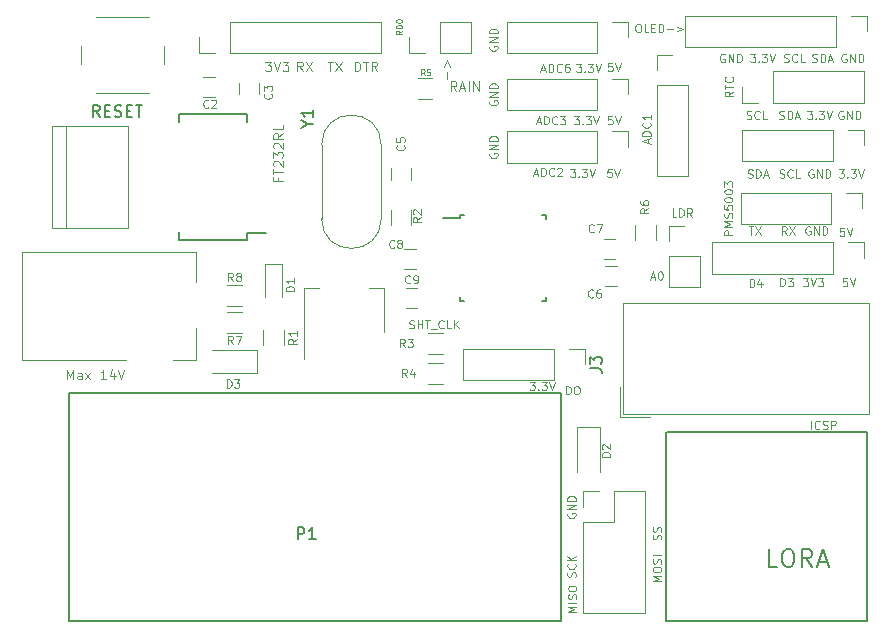
<source format=gbr>
G04 #@! TF.FileFunction,Legend,Top*
%FSLAX46Y46*%
G04 Gerber Fmt 4.6, Leading zero omitted, Abs format (unit mm)*
G04 Created by KiCad (PCBNEW 4.0.2+dfsg1-stable) date Mon Nov  6 16:18:01 2017*
%MOMM*%
G01*
G04 APERTURE LIST*
%ADD10C,0.100000*%
%ADD11C,0.150000*%
%ADD12C,0.075000*%
%ADD13C,0.120000*%
G04 APERTURE END LIST*
D10*
X107041943Y-81241800D02*
X107041943Y-80632276D01*
X106813371Y-80251324D02*
X107041943Y-79641800D01*
X107270514Y-80251324D01*
X114028667Y-106868167D02*
X114462000Y-106868167D01*
X114228667Y-107134833D01*
X114328667Y-107134833D01*
X114395334Y-107168167D01*
X114428667Y-107201500D01*
X114462000Y-107268167D01*
X114462000Y-107434833D01*
X114428667Y-107501500D01*
X114395334Y-107534833D01*
X114328667Y-107568167D01*
X114128667Y-107568167D01*
X114062000Y-107534833D01*
X114028667Y-107501500D01*
X114762001Y-107501500D02*
X114795334Y-107534833D01*
X114762001Y-107568167D01*
X114728667Y-107534833D01*
X114762001Y-107501500D01*
X114762001Y-107568167D01*
X115028667Y-106868167D02*
X115462000Y-106868167D01*
X115228667Y-107134833D01*
X115328667Y-107134833D01*
X115395334Y-107168167D01*
X115428667Y-107201500D01*
X115462000Y-107268167D01*
X115462000Y-107434833D01*
X115428667Y-107501500D01*
X115395334Y-107534833D01*
X115328667Y-107568167D01*
X115128667Y-107568167D01*
X115062000Y-107534833D01*
X115028667Y-107501500D01*
X115662001Y-106868167D02*
X115895334Y-107568167D01*
X116128667Y-106868167D01*
X103834667Y-102327833D02*
X103934667Y-102361167D01*
X104101334Y-102361167D01*
X104168001Y-102327833D01*
X104201334Y-102294500D01*
X104234667Y-102227833D01*
X104234667Y-102161167D01*
X104201334Y-102094500D01*
X104168001Y-102061167D01*
X104101334Y-102027833D01*
X103968001Y-101994500D01*
X103901334Y-101961167D01*
X103868001Y-101927833D01*
X103834667Y-101861167D01*
X103834667Y-101794500D01*
X103868001Y-101727833D01*
X103901334Y-101694500D01*
X103968001Y-101661167D01*
X104134667Y-101661167D01*
X104234667Y-101694500D01*
X104534668Y-102361167D02*
X104534668Y-101661167D01*
X104534668Y-101994500D02*
X104934668Y-101994500D01*
X104934668Y-102361167D02*
X104934668Y-101661167D01*
X105168001Y-101661167D02*
X105568001Y-101661167D01*
X105368001Y-102361167D02*
X105368001Y-101661167D01*
X105634667Y-102427833D02*
X106168000Y-102427833D01*
X106734667Y-102294500D02*
X106701333Y-102327833D01*
X106601333Y-102361167D01*
X106534667Y-102361167D01*
X106434667Y-102327833D01*
X106368000Y-102261167D01*
X106334667Y-102194500D01*
X106301333Y-102061167D01*
X106301333Y-101961167D01*
X106334667Y-101827833D01*
X106368000Y-101761167D01*
X106434667Y-101694500D01*
X106534667Y-101661167D01*
X106601333Y-101661167D01*
X106701333Y-101694500D01*
X106734667Y-101727833D01*
X107368000Y-102361167D02*
X107034667Y-102361167D01*
X107034667Y-101661167D01*
X107601334Y-102361167D02*
X107601334Y-101661167D01*
X108001334Y-102361167D02*
X107701334Y-101961167D01*
X108001334Y-101661167D02*
X107601334Y-102061167D01*
X117115501Y-107949167D02*
X117115501Y-107249167D01*
X117282167Y-107249167D01*
X117382167Y-107282500D01*
X117448834Y-107349167D01*
X117482167Y-107415833D01*
X117515501Y-107549167D01*
X117515501Y-107649167D01*
X117482167Y-107782500D01*
X117448834Y-107849167D01*
X117382167Y-107915833D01*
X117282167Y-107949167D01*
X117115501Y-107949167D01*
X117948834Y-107249167D02*
X118082167Y-107249167D01*
X118148834Y-107282500D01*
X118215501Y-107349167D01*
X118248834Y-107482500D01*
X118248834Y-107715833D01*
X118215501Y-107849167D01*
X118148834Y-107915833D01*
X118082167Y-107949167D01*
X117948834Y-107949167D01*
X117882167Y-107915833D01*
X117815501Y-107849167D01*
X117782167Y-107715833D01*
X117782167Y-107482500D01*
X117815501Y-107349167D01*
X117882167Y-107282500D01*
X117948834Y-107249167D01*
X110648000Y-87528333D02*
X110614667Y-87594999D01*
X110614667Y-87694999D01*
X110648000Y-87794999D01*
X110714667Y-87861666D01*
X110781333Y-87894999D01*
X110914667Y-87928333D01*
X111014667Y-87928333D01*
X111148000Y-87894999D01*
X111214667Y-87861666D01*
X111281333Y-87794999D01*
X111314667Y-87694999D01*
X111314667Y-87628333D01*
X111281333Y-87528333D01*
X111248000Y-87494999D01*
X111014667Y-87494999D01*
X111014667Y-87628333D01*
X111314667Y-87194999D02*
X110614667Y-87194999D01*
X111314667Y-86794999D01*
X110614667Y-86794999D01*
X111314667Y-86461666D02*
X110614667Y-86461666D01*
X110614667Y-86295000D01*
X110648000Y-86195000D01*
X110714667Y-86128333D01*
X110781333Y-86095000D01*
X110914667Y-86061666D01*
X111014667Y-86061666D01*
X111148000Y-86095000D01*
X111214667Y-86128333D01*
X111281333Y-86195000D01*
X111314667Y-86295000D01*
X111314667Y-86461666D01*
X110648000Y-83083333D02*
X110614667Y-83149999D01*
X110614667Y-83249999D01*
X110648000Y-83349999D01*
X110714667Y-83416666D01*
X110781333Y-83449999D01*
X110914667Y-83483333D01*
X111014667Y-83483333D01*
X111148000Y-83449999D01*
X111214667Y-83416666D01*
X111281333Y-83349999D01*
X111314667Y-83249999D01*
X111314667Y-83183333D01*
X111281333Y-83083333D01*
X111248000Y-83049999D01*
X111014667Y-83049999D01*
X111014667Y-83183333D01*
X111314667Y-82749999D02*
X110614667Y-82749999D01*
X111314667Y-82349999D01*
X110614667Y-82349999D01*
X111314667Y-82016666D02*
X110614667Y-82016666D01*
X110614667Y-81850000D01*
X110648000Y-81750000D01*
X110714667Y-81683333D01*
X110781333Y-81650000D01*
X110914667Y-81616666D01*
X111014667Y-81616666D01*
X111148000Y-81650000D01*
X111214667Y-81683333D01*
X111281333Y-81750000D01*
X111314667Y-81850000D01*
X111314667Y-82016666D01*
X110648000Y-78447833D02*
X110614667Y-78514499D01*
X110614667Y-78614499D01*
X110648000Y-78714499D01*
X110714667Y-78781166D01*
X110781333Y-78814499D01*
X110914667Y-78847833D01*
X111014667Y-78847833D01*
X111148000Y-78814499D01*
X111214667Y-78781166D01*
X111281333Y-78714499D01*
X111314667Y-78614499D01*
X111314667Y-78547833D01*
X111281333Y-78447833D01*
X111248000Y-78414499D01*
X111014667Y-78414499D01*
X111014667Y-78547833D01*
X111314667Y-78114499D02*
X110614667Y-78114499D01*
X111314667Y-77714499D01*
X110614667Y-77714499D01*
X111314667Y-77381166D02*
X110614667Y-77381166D01*
X110614667Y-77214500D01*
X110648000Y-77114500D01*
X110714667Y-77047833D01*
X110781333Y-77014500D01*
X110914667Y-76981166D01*
X111014667Y-76981166D01*
X111148000Y-77014500D01*
X111214667Y-77047833D01*
X111281333Y-77114500D01*
X111314667Y-77214500D01*
X111314667Y-77381166D01*
X114370000Y-89270667D02*
X114703334Y-89270667D01*
X114303334Y-89470667D02*
X114536667Y-88770667D01*
X114770000Y-89470667D01*
X115003334Y-89470667D02*
X115003334Y-88770667D01*
X115170000Y-88770667D01*
X115270000Y-88804000D01*
X115336667Y-88870667D01*
X115370000Y-88937333D01*
X115403334Y-89070667D01*
X115403334Y-89170667D01*
X115370000Y-89304000D01*
X115336667Y-89370667D01*
X115270000Y-89437333D01*
X115170000Y-89470667D01*
X115003334Y-89470667D01*
X116103334Y-89404000D02*
X116070000Y-89437333D01*
X115970000Y-89470667D01*
X115903334Y-89470667D01*
X115803334Y-89437333D01*
X115736667Y-89370667D01*
X115703334Y-89304000D01*
X115670000Y-89170667D01*
X115670000Y-89070667D01*
X115703334Y-88937333D01*
X115736667Y-88870667D01*
X115803334Y-88804000D01*
X115903334Y-88770667D01*
X115970000Y-88770667D01*
X116070000Y-88804000D01*
X116103334Y-88837333D01*
X116370000Y-88837333D02*
X116403334Y-88804000D01*
X116470000Y-88770667D01*
X116636667Y-88770667D01*
X116703334Y-88804000D01*
X116736667Y-88837333D01*
X116770000Y-88904000D01*
X116770000Y-88970667D01*
X116736667Y-89070667D01*
X116336667Y-89470667D01*
X116770000Y-89470667D01*
X121024667Y-79880667D02*
X120691334Y-79880667D01*
X120658000Y-80214000D01*
X120691334Y-80180667D01*
X120758000Y-80147333D01*
X120924667Y-80147333D01*
X120991334Y-80180667D01*
X121024667Y-80214000D01*
X121058000Y-80280667D01*
X121058000Y-80447333D01*
X121024667Y-80514000D01*
X120991334Y-80547333D01*
X120924667Y-80580667D01*
X120758000Y-80580667D01*
X120691334Y-80547333D01*
X120658000Y-80514000D01*
X121258001Y-79880667D02*
X121491334Y-80580667D01*
X121724667Y-79880667D01*
X121024667Y-84389167D02*
X120691334Y-84389167D01*
X120658000Y-84722500D01*
X120691334Y-84689167D01*
X120758000Y-84655833D01*
X120924667Y-84655833D01*
X120991334Y-84689167D01*
X121024667Y-84722500D01*
X121058000Y-84789167D01*
X121058000Y-84955833D01*
X121024667Y-85022500D01*
X120991334Y-85055833D01*
X120924667Y-85089167D01*
X120758000Y-85089167D01*
X120691334Y-85055833D01*
X120658000Y-85022500D01*
X121258001Y-84389167D02*
X121491334Y-85089167D01*
X121724667Y-84389167D01*
X120961167Y-88834167D02*
X120627834Y-88834167D01*
X120594500Y-89167500D01*
X120627834Y-89134167D01*
X120694500Y-89100833D01*
X120861167Y-89100833D01*
X120927834Y-89134167D01*
X120961167Y-89167500D01*
X120994500Y-89234167D01*
X120994500Y-89400833D01*
X120961167Y-89467500D01*
X120927834Y-89500833D01*
X120861167Y-89534167D01*
X120694500Y-89534167D01*
X120627834Y-89500833D01*
X120594500Y-89467500D01*
X121194501Y-88834167D02*
X121427834Y-89534167D01*
X121661167Y-88834167D01*
X117457667Y-88834167D02*
X117891000Y-88834167D01*
X117657667Y-89100833D01*
X117757667Y-89100833D01*
X117824334Y-89134167D01*
X117857667Y-89167500D01*
X117891000Y-89234167D01*
X117891000Y-89400833D01*
X117857667Y-89467500D01*
X117824334Y-89500833D01*
X117757667Y-89534167D01*
X117557667Y-89534167D01*
X117491000Y-89500833D01*
X117457667Y-89467500D01*
X118191001Y-89467500D02*
X118224334Y-89500833D01*
X118191001Y-89534167D01*
X118157667Y-89500833D01*
X118191001Y-89467500D01*
X118191001Y-89534167D01*
X118457667Y-88834167D02*
X118891000Y-88834167D01*
X118657667Y-89100833D01*
X118757667Y-89100833D01*
X118824334Y-89134167D01*
X118857667Y-89167500D01*
X118891000Y-89234167D01*
X118891000Y-89400833D01*
X118857667Y-89467500D01*
X118824334Y-89500833D01*
X118757667Y-89534167D01*
X118557667Y-89534167D01*
X118491000Y-89500833D01*
X118457667Y-89467500D01*
X119091001Y-88834167D02*
X119324334Y-89534167D01*
X119557667Y-88834167D01*
X117775167Y-84389167D02*
X118208500Y-84389167D01*
X117975167Y-84655833D01*
X118075167Y-84655833D01*
X118141834Y-84689167D01*
X118175167Y-84722500D01*
X118208500Y-84789167D01*
X118208500Y-84955833D01*
X118175167Y-85022500D01*
X118141834Y-85055833D01*
X118075167Y-85089167D01*
X117875167Y-85089167D01*
X117808500Y-85055833D01*
X117775167Y-85022500D01*
X118508501Y-85022500D02*
X118541834Y-85055833D01*
X118508501Y-85089167D01*
X118475167Y-85055833D01*
X118508501Y-85022500D01*
X118508501Y-85089167D01*
X118775167Y-84389167D02*
X119208500Y-84389167D01*
X118975167Y-84655833D01*
X119075167Y-84655833D01*
X119141834Y-84689167D01*
X119175167Y-84722500D01*
X119208500Y-84789167D01*
X119208500Y-84955833D01*
X119175167Y-85022500D01*
X119141834Y-85055833D01*
X119075167Y-85089167D01*
X118875167Y-85089167D01*
X118808500Y-85055833D01*
X118775167Y-85022500D01*
X119408501Y-84389167D02*
X119641834Y-85089167D01*
X119875167Y-84389167D01*
X117965667Y-79944167D02*
X118399000Y-79944167D01*
X118165667Y-80210833D01*
X118265667Y-80210833D01*
X118332334Y-80244167D01*
X118365667Y-80277500D01*
X118399000Y-80344167D01*
X118399000Y-80510833D01*
X118365667Y-80577500D01*
X118332334Y-80610833D01*
X118265667Y-80644167D01*
X118065667Y-80644167D01*
X117999000Y-80610833D01*
X117965667Y-80577500D01*
X118699001Y-80577500D02*
X118732334Y-80610833D01*
X118699001Y-80644167D01*
X118665667Y-80610833D01*
X118699001Y-80577500D01*
X118699001Y-80644167D01*
X118965667Y-79944167D02*
X119399000Y-79944167D01*
X119165667Y-80210833D01*
X119265667Y-80210833D01*
X119332334Y-80244167D01*
X119365667Y-80277500D01*
X119399000Y-80344167D01*
X119399000Y-80510833D01*
X119365667Y-80577500D01*
X119332334Y-80610833D01*
X119265667Y-80644167D01*
X119065667Y-80644167D01*
X118999000Y-80610833D01*
X118965667Y-80577500D01*
X119599001Y-79944167D02*
X119832334Y-80644167D01*
X120065667Y-79944167D01*
X125124333Y-120230834D02*
X125157667Y-120130834D01*
X125157667Y-119964167D01*
X125124333Y-119897500D01*
X125091000Y-119864167D01*
X125024333Y-119830834D01*
X124957667Y-119830834D01*
X124891000Y-119864167D01*
X124857667Y-119897500D01*
X124824333Y-119964167D01*
X124791000Y-120097500D01*
X124757667Y-120164167D01*
X124724333Y-120197500D01*
X124657667Y-120230834D01*
X124591000Y-120230834D01*
X124524333Y-120197500D01*
X124491000Y-120164167D01*
X124457667Y-120097500D01*
X124457667Y-119930834D01*
X124491000Y-119830834D01*
X125124333Y-119564167D02*
X125157667Y-119464167D01*
X125157667Y-119297500D01*
X125124333Y-119230833D01*
X125091000Y-119197500D01*
X125024333Y-119164167D01*
X124957667Y-119164167D01*
X124891000Y-119197500D01*
X124857667Y-119230833D01*
X124824333Y-119297500D01*
X124791000Y-119430833D01*
X124757667Y-119497500D01*
X124724333Y-119530833D01*
X124657667Y-119564167D01*
X124591000Y-119564167D01*
X124524333Y-119530833D01*
X124491000Y-119497500D01*
X124457667Y-119430833D01*
X124457667Y-119264167D01*
X124491000Y-119164167D01*
X125157667Y-123781999D02*
X124457667Y-123781999D01*
X124957667Y-123548666D01*
X124457667Y-123315333D01*
X125157667Y-123315333D01*
X124457667Y-122848666D02*
X124457667Y-122715333D01*
X124491000Y-122648666D01*
X124557667Y-122581999D01*
X124691000Y-122548666D01*
X124924333Y-122548666D01*
X125057667Y-122581999D01*
X125124333Y-122648666D01*
X125157667Y-122715333D01*
X125157667Y-122848666D01*
X125124333Y-122915333D01*
X125057667Y-122981999D01*
X124924333Y-123015333D01*
X124691000Y-123015333D01*
X124557667Y-122981999D01*
X124491000Y-122915333D01*
X124457667Y-122848666D01*
X125124333Y-122282000D02*
X125157667Y-122182000D01*
X125157667Y-122015333D01*
X125124333Y-121948666D01*
X125091000Y-121915333D01*
X125024333Y-121882000D01*
X124957667Y-121882000D01*
X124891000Y-121915333D01*
X124857667Y-121948666D01*
X124824333Y-122015333D01*
X124791000Y-122148666D01*
X124757667Y-122215333D01*
X124724333Y-122248666D01*
X124657667Y-122282000D01*
X124591000Y-122282000D01*
X124524333Y-122248666D01*
X124491000Y-122215333D01*
X124457667Y-122148666D01*
X124457667Y-121982000D01*
X124491000Y-121882000D01*
X125157667Y-121581999D02*
X124457667Y-121581999D01*
X117885333Y-123391500D02*
X117918667Y-123291500D01*
X117918667Y-123124833D01*
X117885333Y-123058166D01*
X117852000Y-123024833D01*
X117785333Y-122991500D01*
X117718667Y-122991500D01*
X117652000Y-123024833D01*
X117618667Y-123058166D01*
X117585333Y-123124833D01*
X117552000Y-123258166D01*
X117518667Y-123324833D01*
X117485333Y-123358166D01*
X117418667Y-123391500D01*
X117352000Y-123391500D01*
X117285333Y-123358166D01*
X117252000Y-123324833D01*
X117218667Y-123258166D01*
X117218667Y-123091500D01*
X117252000Y-122991500D01*
X117852000Y-122291499D02*
X117885333Y-122324833D01*
X117918667Y-122424833D01*
X117918667Y-122491499D01*
X117885333Y-122591499D01*
X117818667Y-122658166D01*
X117752000Y-122691499D01*
X117618667Y-122724833D01*
X117518667Y-122724833D01*
X117385333Y-122691499D01*
X117318667Y-122658166D01*
X117252000Y-122591499D01*
X117218667Y-122491499D01*
X117218667Y-122424833D01*
X117252000Y-122324833D01*
X117285333Y-122291499D01*
X117918667Y-121991499D02*
X117218667Y-121991499D01*
X117918667Y-121591499D02*
X117518667Y-121891499D01*
X117218667Y-121591499D02*
X117618667Y-121991499D01*
X117252000Y-118008333D02*
X117218667Y-118074999D01*
X117218667Y-118174999D01*
X117252000Y-118274999D01*
X117318667Y-118341666D01*
X117385333Y-118374999D01*
X117518667Y-118408333D01*
X117618667Y-118408333D01*
X117752000Y-118374999D01*
X117818667Y-118341666D01*
X117885333Y-118274999D01*
X117918667Y-118174999D01*
X117918667Y-118108333D01*
X117885333Y-118008333D01*
X117852000Y-117974999D01*
X117618667Y-117974999D01*
X117618667Y-118108333D01*
X117918667Y-117674999D02*
X117218667Y-117674999D01*
X117918667Y-117274999D01*
X117218667Y-117274999D01*
X117918667Y-116941666D02*
X117218667Y-116941666D01*
X117218667Y-116775000D01*
X117252000Y-116675000D01*
X117318667Y-116608333D01*
X117385333Y-116575000D01*
X117518667Y-116541666D01*
X117618667Y-116541666D01*
X117752000Y-116575000D01*
X117818667Y-116608333D01*
X117885333Y-116675000D01*
X117918667Y-116775000D01*
X117918667Y-116941666D01*
X117982167Y-126385499D02*
X117282167Y-126385499D01*
X117782167Y-126152166D01*
X117282167Y-125918833D01*
X117982167Y-125918833D01*
X117982167Y-125585499D02*
X117282167Y-125585499D01*
X117948833Y-125285500D02*
X117982167Y-125185500D01*
X117982167Y-125018833D01*
X117948833Y-124952166D01*
X117915500Y-124918833D01*
X117848833Y-124885500D01*
X117782167Y-124885500D01*
X117715500Y-124918833D01*
X117682167Y-124952166D01*
X117648833Y-125018833D01*
X117615500Y-125152166D01*
X117582167Y-125218833D01*
X117548833Y-125252166D01*
X117482167Y-125285500D01*
X117415500Y-125285500D01*
X117348833Y-125252166D01*
X117315500Y-125218833D01*
X117282167Y-125152166D01*
X117282167Y-124985500D01*
X117315500Y-124885500D01*
X117282167Y-124452166D02*
X117282167Y-124318833D01*
X117315500Y-124252166D01*
X117382167Y-124185499D01*
X117515500Y-124152166D01*
X117748833Y-124152166D01*
X117882167Y-124185499D01*
X117948833Y-124252166D01*
X117982167Y-124318833D01*
X117982167Y-124452166D01*
X117948833Y-124518833D01*
X117882167Y-124585499D01*
X117748833Y-124618833D01*
X117515500Y-124618833D01*
X117382167Y-124585499D01*
X117315500Y-124518833D01*
X117282167Y-124452166D01*
X92716357Y-89623643D02*
X92716357Y-89890310D01*
X93135405Y-89890310D02*
X92335405Y-89890310D01*
X92335405Y-89509357D01*
X92335405Y-89318882D02*
X92335405Y-88861739D01*
X93135405Y-89090310D02*
X92335405Y-89090310D01*
X92411595Y-88633167D02*
X92373500Y-88595072D01*
X92335405Y-88518881D01*
X92335405Y-88328405D01*
X92373500Y-88252215D01*
X92411595Y-88214119D01*
X92487786Y-88176024D01*
X92563976Y-88176024D01*
X92678262Y-88214119D01*
X93135405Y-88671262D01*
X93135405Y-88176024D01*
X92335405Y-87909357D02*
X92335405Y-87414119D01*
X92640167Y-87680786D01*
X92640167Y-87566500D01*
X92678262Y-87490310D01*
X92716357Y-87452214D01*
X92792548Y-87414119D01*
X92983024Y-87414119D01*
X93059214Y-87452214D01*
X93097310Y-87490310D01*
X93135405Y-87566500D01*
X93135405Y-87795072D01*
X93097310Y-87871262D01*
X93059214Y-87909357D01*
X92411595Y-87109357D02*
X92373500Y-87071262D01*
X92335405Y-86995071D01*
X92335405Y-86804595D01*
X92373500Y-86728405D01*
X92411595Y-86690309D01*
X92487786Y-86652214D01*
X92563976Y-86652214D01*
X92678262Y-86690309D01*
X93135405Y-87147452D01*
X93135405Y-86652214D01*
X93135405Y-85852214D02*
X92754452Y-86118881D01*
X93135405Y-86309357D02*
X92335405Y-86309357D01*
X92335405Y-86004595D01*
X92373500Y-85928404D01*
X92411595Y-85890309D01*
X92487786Y-85852214D01*
X92602071Y-85852214D01*
X92678262Y-85890309D01*
X92716357Y-85928404D01*
X92754452Y-86004595D01*
X92754452Y-86309357D01*
X93135405Y-85128404D02*
X93135405Y-85509357D01*
X92335405Y-85509357D01*
X140646167Y-93850667D02*
X140312834Y-93850667D01*
X140279500Y-94184000D01*
X140312834Y-94150667D01*
X140379500Y-94117333D01*
X140546167Y-94117333D01*
X140612834Y-94150667D01*
X140646167Y-94184000D01*
X140679500Y-94250667D01*
X140679500Y-94417333D01*
X140646167Y-94484000D01*
X140612834Y-94517333D01*
X140546167Y-94550667D01*
X140379500Y-94550667D01*
X140312834Y-94517333D01*
X140279500Y-94484000D01*
X140879501Y-93850667D02*
X141112834Y-94550667D01*
X141346167Y-93850667D01*
X140900167Y-98105167D02*
X140566834Y-98105167D01*
X140533500Y-98438500D01*
X140566834Y-98405167D01*
X140633500Y-98371833D01*
X140800167Y-98371833D01*
X140866834Y-98405167D01*
X140900167Y-98438500D01*
X140933500Y-98505167D01*
X140933500Y-98671833D01*
X140900167Y-98738500D01*
X140866834Y-98771833D01*
X140800167Y-98805167D01*
X140633500Y-98805167D01*
X140566834Y-98771833D01*
X140533500Y-98738500D01*
X141133501Y-98105167D02*
X141366834Y-98805167D01*
X141600167Y-98105167D01*
X137182333Y-98105167D02*
X137615666Y-98105167D01*
X137382333Y-98371833D01*
X137482333Y-98371833D01*
X137549000Y-98405167D01*
X137582333Y-98438500D01*
X137615666Y-98505167D01*
X137615666Y-98671833D01*
X137582333Y-98738500D01*
X137549000Y-98771833D01*
X137482333Y-98805167D01*
X137282333Y-98805167D01*
X137215666Y-98771833D01*
X137182333Y-98738500D01*
X137815667Y-98105167D02*
X138049000Y-98805167D01*
X138282333Y-98105167D01*
X138449000Y-98105167D02*
X138882333Y-98105167D01*
X138649000Y-98371833D01*
X138749000Y-98371833D01*
X138815667Y-98405167D01*
X138849000Y-98438500D01*
X138882333Y-98505167D01*
X138882333Y-98671833D01*
X138849000Y-98738500D01*
X138815667Y-98771833D01*
X138749000Y-98805167D01*
X138549000Y-98805167D01*
X138482333Y-98771833D01*
X138449000Y-98738500D01*
X132642834Y-98868667D02*
X132642834Y-98168667D01*
X132809500Y-98168667D01*
X132909500Y-98202000D01*
X132976167Y-98268667D01*
X133009500Y-98335333D01*
X133042834Y-98468667D01*
X133042834Y-98568667D01*
X133009500Y-98702000D01*
X132976167Y-98768667D01*
X132909500Y-98835333D01*
X132809500Y-98868667D01*
X132642834Y-98868667D01*
X133642834Y-98402000D02*
X133642834Y-98868667D01*
X133476167Y-98135333D02*
X133309500Y-98635333D01*
X133742834Y-98635333D01*
X135246334Y-98805167D02*
X135246334Y-98105167D01*
X135413000Y-98105167D01*
X135513000Y-98138500D01*
X135579667Y-98205167D01*
X135613000Y-98271833D01*
X135646334Y-98405167D01*
X135646334Y-98505167D01*
X135613000Y-98638500D01*
X135579667Y-98705167D01*
X135513000Y-98771833D01*
X135413000Y-98805167D01*
X135246334Y-98805167D01*
X135879667Y-98105167D02*
X136313000Y-98105167D01*
X136079667Y-98371833D01*
X136179667Y-98371833D01*
X136246334Y-98405167D01*
X136279667Y-98438500D01*
X136313000Y-98505167D01*
X136313000Y-98671833D01*
X136279667Y-98738500D01*
X136246334Y-98771833D01*
X136179667Y-98805167D01*
X135979667Y-98805167D01*
X135913000Y-98771833D01*
X135879667Y-98738500D01*
X124277500Y-98033667D02*
X124610834Y-98033667D01*
X124210834Y-98233667D02*
X124444167Y-97533667D01*
X124677500Y-98233667D01*
X125044167Y-97533667D02*
X125110834Y-97533667D01*
X125177500Y-97567000D01*
X125210834Y-97600333D01*
X125244167Y-97667000D01*
X125277500Y-97800333D01*
X125277500Y-97967000D01*
X125244167Y-98100333D01*
X125210834Y-98167000D01*
X125177500Y-98200333D01*
X125110834Y-98233667D01*
X125044167Y-98233667D01*
X124977500Y-98200333D01*
X124944167Y-98167000D01*
X124910834Y-98100333D01*
X124877500Y-97967000D01*
X124877500Y-97800333D01*
X124910834Y-97667000D01*
X124944167Y-97600333D01*
X124977500Y-97567000D01*
X125044167Y-97533667D01*
X126453167Y-92899667D02*
X126119834Y-92899667D01*
X126119834Y-92199667D01*
X126686501Y-92899667D02*
X126686501Y-92199667D01*
X126853167Y-92199667D01*
X126953167Y-92233000D01*
X127019834Y-92299667D01*
X127053167Y-92366333D01*
X127086501Y-92499667D01*
X127086501Y-92599667D01*
X127053167Y-92733000D01*
X127019834Y-92799667D01*
X126953167Y-92866333D01*
X126853167Y-92899667D01*
X126686501Y-92899667D01*
X127786501Y-92899667D02*
X127553167Y-92566333D01*
X127386501Y-92899667D02*
X127386501Y-92199667D01*
X127653167Y-92199667D01*
X127719834Y-92233000D01*
X127753167Y-92266333D01*
X127786501Y-92333000D01*
X127786501Y-92433000D01*
X127753167Y-92499667D01*
X127719834Y-92533000D01*
X127653167Y-92566333D01*
X127386501Y-92566333D01*
D11*
X135001215Y-122535071D02*
X134286929Y-122535071D01*
X134286929Y-121035071D01*
X135786929Y-121035071D02*
X136072643Y-121035071D01*
X136215501Y-121106500D01*
X136358358Y-121249357D01*
X136429786Y-121535071D01*
X136429786Y-122035071D01*
X136358358Y-122320786D01*
X136215501Y-122463643D01*
X136072643Y-122535071D01*
X135786929Y-122535071D01*
X135644072Y-122463643D01*
X135501215Y-122320786D01*
X135429786Y-122035071D01*
X135429786Y-121535071D01*
X135501215Y-121249357D01*
X135644072Y-121106500D01*
X135786929Y-121035071D01*
X137929787Y-122535071D02*
X137429787Y-121820786D01*
X137072644Y-122535071D02*
X137072644Y-121035071D01*
X137644072Y-121035071D01*
X137786930Y-121106500D01*
X137858358Y-121177929D01*
X137929787Y-121320786D01*
X137929787Y-121535071D01*
X137858358Y-121677929D01*
X137786930Y-121749357D01*
X137644072Y-121820786D01*
X137072644Y-121820786D01*
X138501215Y-122106500D02*
X139215501Y-122106500D01*
X138358358Y-122535071D02*
X138858358Y-121035071D01*
X139358358Y-122535071D01*
D10*
X137841167Y-110870167D02*
X137841167Y-110170167D01*
X138574500Y-110803500D02*
X138541166Y-110836833D01*
X138441166Y-110870167D01*
X138374500Y-110870167D01*
X138274500Y-110836833D01*
X138207833Y-110770167D01*
X138174500Y-110703500D01*
X138141166Y-110570167D01*
X138141166Y-110470167D01*
X138174500Y-110336833D01*
X138207833Y-110270167D01*
X138274500Y-110203500D01*
X138374500Y-110170167D01*
X138441166Y-110170167D01*
X138541166Y-110203500D01*
X138574500Y-110236833D01*
X138841166Y-110836833D02*
X138941166Y-110870167D01*
X139107833Y-110870167D01*
X139174500Y-110836833D01*
X139207833Y-110803500D01*
X139241166Y-110736833D01*
X139241166Y-110670167D01*
X139207833Y-110603500D01*
X139174500Y-110570167D01*
X139107833Y-110536833D01*
X138974500Y-110503500D01*
X138907833Y-110470167D01*
X138874500Y-110436833D01*
X138841166Y-110370167D01*
X138841166Y-110303500D01*
X138874500Y-110236833D01*
X138907833Y-110203500D01*
X138974500Y-110170167D01*
X139141166Y-110170167D01*
X139241166Y-110203500D01*
X139541167Y-110870167D02*
X139541167Y-110170167D01*
X139807833Y-110170167D01*
X139874500Y-110203500D01*
X139907833Y-110236833D01*
X139941167Y-110303500D01*
X139941167Y-110403500D01*
X139907833Y-110470167D01*
X139874500Y-110503500D01*
X139807833Y-110536833D01*
X139541167Y-110536833D01*
X74854095Y-106660905D02*
X74854095Y-105860905D01*
X75120762Y-106432333D01*
X75387429Y-105860905D01*
X75387429Y-106660905D01*
X76111238Y-106660905D02*
X76111238Y-106241857D01*
X76073143Y-106165667D01*
X75996953Y-106127571D01*
X75844572Y-106127571D01*
X75768381Y-106165667D01*
X76111238Y-106622810D02*
X76035048Y-106660905D01*
X75844572Y-106660905D01*
X75768381Y-106622810D01*
X75730286Y-106546619D01*
X75730286Y-106470429D01*
X75768381Y-106394238D01*
X75844572Y-106356143D01*
X76035048Y-106356143D01*
X76111238Y-106318048D01*
X76416001Y-106660905D02*
X76835048Y-106127571D01*
X76416001Y-106127571D02*
X76835048Y-106660905D01*
X78168382Y-106660905D02*
X77711239Y-106660905D01*
X77939810Y-106660905D02*
X77939810Y-105860905D01*
X77863620Y-105975190D01*
X77787429Y-106051381D01*
X77711239Y-106089476D01*
X78854096Y-106127571D02*
X78854096Y-106660905D01*
X78663620Y-105822810D02*
X78473144Y-106394238D01*
X78968382Y-106394238D01*
X79158858Y-105860905D02*
X79425525Y-106660905D01*
X79692192Y-105860905D01*
X114624000Y-84889167D02*
X114957334Y-84889167D01*
X114557334Y-85089167D02*
X114790667Y-84389167D01*
X115024000Y-85089167D01*
X115257334Y-85089167D02*
X115257334Y-84389167D01*
X115424000Y-84389167D01*
X115524000Y-84422500D01*
X115590667Y-84489167D01*
X115624000Y-84555833D01*
X115657334Y-84689167D01*
X115657334Y-84789167D01*
X115624000Y-84922500D01*
X115590667Y-84989167D01*
X115524000Y-85055833D01*
X115424000Y-85089167D01*
X115257334Y-85089167D01*
X116357334Y-85022500D02*
X116324000Y-85055833D01*
X116224000Y-85089167D01*
X116157334Y-85089167D01*
X116057334Y-85055833D01*
X115990667Y-84989167D01*
X115957334Y-84922500D01*
X115924000Y-84789167D01*
X115924000Y-84689167D01*
X115957334Y-84555833D01*
X115990667Y-84489167D01*
X116057334Y-84422500D01*
X116157334Y-84389167D01*
X116224000Y-84389167D01*
X116324000Y-84422500D01*
X116357334Y-84455833D01*
X116590667Y-84389167D02*
X117024000Y-84389167D01*
X116790667Y-84655833D01*
X116890667Y-84655833D01*
X116957334Y-84689167D01*
X116990667Y-84722500D01*
X117024000Y-84789167D01*
X117024000Y-84955833D01*
X116990667Y-85022500D01*
X116957334Y-85055833D01*
X116890667Y-85089167D01*
X116690667Y-85089167D01*
X116624000Y-85055833D01*
X116590667Y-85022500D01*
X115005000Y-80444167D02*
X115338334Y-80444167D01*
X114938334Y-80644167D02*
X115171667Y-79944167D01*
X115405000Y-80644167D01*
X115638334Y-80644167D02*
X115638334Y-79944167D01*
X115805000Y-79944167D01*
X115905000Y-79977500D01*
X115971667Y-80044167D01*
X116005000Y-80110833D01*
X116038334Y-80244167D01*
X116038334Y-80344167D01*
X116005000Y-80477500D01*
X115971667Y-80544167D01*
X115905000Y-80610833D01*
X115805000Y-80644167D01*
X115638334Y-80644167D01*
X116738334Y-80577500D02*
X116705000Y-80610833D01*
X116605000Y-80644167D01*
X116538334Y-80644167D01*
X116438334Y-80610833D01*
X116371667Y-80544167D01*
X116338334Y-80477500D01*
X116305000Y-80344167D01*
X116305000Y-80244167D01*
X116338334Y-80110833D01*
X116371667Y-80044167D01*
X116438334Y-79977500D01*
X116538334Y-79944167D01*
X116605000Y-79944167D01*
X116705000Y-79977500D01*
X116738334Y-80010833D01*
X117338334Y-79944167D02*
X117205000Y-79944167D01*
X117138334Y-79977500D01*
X117105000Y-80010833D01*
X117038334Y-80110833D01*
X117005000Y-80244167D01*
X117005000Y-80510833D01*
X117038334Y-80577500D01*
X117071667Y-80610833D01*
X117138334Y-80644167D01*
X117271667Y-80644167D01*
X117338334Y-80610833D01*
X117371667Y-80577500D01*
X117405000Y-80510833D01*
X117405000Y-80344167D01*
X117371667Y-80277500D01*
X117338334Y-80244167D01*
X117271667Y-80210833D01*
X117138334Y-80210833D01*
X117071667Y-80244167D01*
X117038334Y-80277500D01*
X117005000Y-80344167D01*
X131253667Y-82314999D02*
X130920333Y-82548333D01*
X131253667Y-82714999D02*
X130553667Y-82714999D01*
X130553667Y-82448333D01*
X130587000Y-82381666D01*
X130620333Y-82348333D01*
X130687000Y-82314999D01*
X130787000Y-82314999D01*
X130853667Y-82348333D01*
X130887000Y-82381666D01*
X130920333Y-82448333D01*
X130920333Y-82714999D01*
X130553667Y-82114999D02*
X130553667Y-81714999D01*
X131253667Y-81914999D02*
X130553667Y-81914999D01*
X131187000Y-81081666D02*
X131220333Y-81115000D01*
X131253667Y-81215000D01*
X131253667Y-81281666D01*
X131220333Y-81381666D01*
X131153667Y-81448333D01*
X131087000Y-81481666D01*
X130953667Y-81515000D01*
X130853667Y-81515000D01*
X130720333Y-81481666D01*
X130653667Y-81448333D01*
X130587000Y-81381666D01*
X130553667Y-81281666D01*
X130553667Y-81215000D01*
X130587000Y-81115000D01*
X130620333Y-81081666D01*
X137769667Y-93757000D02*
X137703001Y-93723667D01*
X137603001Y-93723667D01*
X137503001Y-93757000D01*
X137436334Y-93823667D01*
X137403001Y-93890333D01*
X137369667Y-94023667D01*
X137369667Y-94123667D01*
X137403001Y-94257000D01*
X137436334Y-94323667D01*
X137503001Y-94390333D01*
X137603001Y-94423667D01*
X137669667Y-94423667D01*
X137769667Y-94390333D01*
X137803001Y-94357000D01*
X137803001Y-94123667D01*
X137669667Y-94123667D01*
X138103001Y-94423667D02*
X138103001Y-93723667D01*
X138503001Y-94423667D01*
X138503001Y-93723667D01*
X138836334Y-94423667D02*
X138836334Y-93723667D01*
X139003000Y-93723667D01*
X139103000Y-93757000D01*
X139169667Y-93823667D01*
X139203000Y-93890333D01*
X139236334Y-94023667D01*
X139236334Y-94123667D01*
X139203000Y-94257000D01*
X139169667Y-94323667D01*
X139103000Y-94390333D01*
X139003000Y-94423667D01*
X138836334Y-94423667D01*
X135773334Y-94423667D02*
X135540000Y-94090333D01*
X135373334Y-94423667D02*
X135373334Y-93723667D01*
X135640000Y-93723667D01*
X135706667Y-93757000D01*
X135740000Y-93790333D01*
X135773334Y-93857000D01*
X135773334Y-93957000D01*
X135740000Y-94023667D01*
X135706667Y-94057000D01*
X135640000Y-94090333D01*
X135373334Y-94090333D01*
X136006667Y-93723667D02*
X136473334Y-94423667D01*
X136473334Y-93723667D02*
X136006667Y-94423667D01*
X132562667Y-93723667D02*
X132962667Y-93723667D01*
X132762667Y-94423667D02*
X132762667Y-93723667D01*
X133129333Y-93723667D02*
X133596000Y-94423667D01*
X133596000Y-93723667D02*
X133129333Y-94423667D01*
X131190167Y-94452000D02*
X130490167Y-94452000D01*
X130490167Y-94185334D01*
X130523500Y-94118667D01*
X130556833Y-94085334D01*
X130623500Y-94052000D01*
X130723500Y-94052000D01*
X130790167Y-94085334D01*
X130823500Y-94118667D01*
X130856833Y-94185334D01*
X130856833Y-94452000D01*
X131190167Y-93752000D02*
X130490167Y-93752000D01*
X130990167Y-93518667D01*
X130490167Y-93285334D01*
X131190167Y-93285334D01*
X131156833Y-92985334D02*
X131190167Y-92885334D01*
X131190167Y-92718667D01*
X131156833Y-92652000D01*
X131123500Y-92618667D01*
X131056833Y-92585334D01*
X130990167Y-92585334D01*
X130923500Y-92618667D01*
X130890167Y-92652000D01*
X130856833Y-92718667D01*
X130823500Y-92852000D01*
X130790167Y-92918667D01*
X130756833Y-92952000D01*
X130690167Y-92985334D01*
X130623500Y-92985334D01*
X130556833Y-92952000D01*
X130523500Y-92918667D01*
X130490167Y-92852000D01*
X130490167Y-92685334D01*
X130523500Y-92585334D01*
X130490167Y-91952000D02*
X130490167Y-92285333D01*
X130823500Y-92318667D01*
X130790167Y-92285333D01*
X130756833Y-92218667D01*
X130756833Y-92052000D01*
X130790167Y-91985333D01*
X130823500Y-91952000D01*
X130890167Y-91918667D01*
X131056833Y-91918667D01*
X131123500Y-91952000D01*
X131156833Y-91985333D01*
X131190167Y-92052000D01*
X131190167Y-92218667D01*
X131156833Y-92285333D01*
X131123500Y-92318667D01*
X130490167Y-91485333D02*
X130490167Y-91418666D01*
X130523500Y-91352000D01*
X130556833Y-91318666D01*
X130623500Y-91285333D01*
X130756833Y-91252000D01*
X130923500Y-91252000D01*
X131056833Y-91285333D01*
X131123500Y-91318666D01*
X131156833Y-91352000D01*
X131190167Y-91418666D01*
X131190167Y-91485333D01*
X131156833Y-91552000D01*
X131123500Y-91585333D01*
X131056833Y-91618666D01*
X130923500Y-91652000D01*
X130756833Y-91652000D01*
X130623500Y-91618666D01*
X130556833Y-91585333D01*
X130523500Y-91552000D01*
X130490167Y-91485333D01*
X130490167Y-90818666D02*
X130490167Y-90751999D01*
X130523500Y-90685333D01*
X130556833Y-90651999D01*
X130623500Y-90618666D01*
X130756833Y-90585333D01*
X130923500Y-90585333D01*
X131056833Y-90618666D01*
X131123500Y-90651999D01*
X131156833Y-90685333D01*
X131190167Y-90751999D01*
X131190167Y-90818666D01*
X131156833Y-90885333D01*
X131123500Y-90918666D01*
X131056833Y-90951999D01*
X130923500Y-90985333D01*
X130756833Y-90985333D01*
X130623500Y-90951999D01*
X130556833Y-90918666D01*
X130523500Y-90885333D01*
X130490167Y-90818666D01*
X130490167Y-90351999D02*
X130490167Y-89918666D01*
X130756833Y-90151999D01*
X130756833Y-90051999D01*
X130790167Y-89985332D01*
X130823500Y-89951999D01*
X130890167Y-89918666D01*
X131056833Y-89918666D01*
X131123500Y-89951999D01*
X131156833Y-89985332D01*
X131190167Y-90051999D01*
X131190167Y-90251999D01*
X131156833Y-90318666D01*
X131123500Y-90351999D01*
X124068667Y-86671000D02*
X124068667Y-86337666D01*
X124268667Y-86737666D02*
X123568667Y-86504333D01*
X124268667Y-86271000D01*
X124268667Y-86037666D02*
X123568667Y-86037666D01*
X123568667Y-85871000D01*
X123602000Y-85771000D01*
X123668667Y-85704333D01*
X123735333Y-85671000D01*
X123868667Y-85637666D01*
X123968667Y-85637666D01*
X124102000Y-85671000D01*
X124168667Y-85704333D01*
X124235333Y-85771000D01*
X124268667Y-85871000D01*
X124268667Y-86037666D01*
X124202000Y-84937666D02*
X124235333Y-84971000D01*
X124268667Y-85071000D01*
X124268667Y-85137666D01*
X124235333Y-85237666D01*
X124168667Y-85304333D01*
X124102000Y-85337666D01*
X123968667Y-85371000D01*
X123868667Y-85371000D01*
X123735333Y-85337666D01*
X123668667Y-85304333D01*
X123602000Y-85237666D01*
X123568667Y-85137666D01*
X123568667Y-85071000D01*
X123602000Y-84971000D01*
X123635333Y-84937666D01*
X124268667Y-84271000D02*
X124268667Y-84671000D01*
X124268667Y-84471000D02*
X123568667Y-84471000D01*
X123668667Y-84537666D01*
X123735333Y-84604333D01*
X123768667Y-84671000D01*
X123148167Y-76578667D02*
X123281500Y-76578667D01*
X123348167Y-76612000D01*
X123414834Y-76678667D01*
X123448167Y-76812000D01*
X123448167Y-77045333D01*
X123414834Y-77178667D01*
X123348167Y-77245333D01*
X123281500Y-77278667D01*
X123148167Y-77278667D01*
X123081500Y-77245333D01*
X123014834Y-77178667D01*
X122981500Y-77045333D01*
X122981500Y-76812000D01*
X123014834Y-76678667D01*
X123081500Y-76612000D01*
X123148167Y-76578667D01*
X124081500Y-77278667D02*
X123748167Y-77278667D01*
X123748167Y-76578667D01*
X124314834Y-76912000D02*
X124548167Y-76912000D01*
X124648167Y-77278667D02*
X124314834Y-77278667D01*
X124314834Y-76578667D01*
X124648167Y-76578667D01*
X124948167Y-77278667D02*
X124948167Y-76578667D01*
X125114833Y-76578667D01*
X125214833Y-76612000D01*
X125281500Y-76678667D01*
X125314833Y-76745333D01*
X125348167Y-76878667D01*
X125348167Y-76978667D01*
X125314833Y-77112000D01*
X125281500Y-77178667D01*
X125214833Y-77245333D01*
X125114833Y-77278667D01*
X124948167Y-77278667D01*
X125648167Y-77012000D02*
X126181500Y-77012000D01*
X126514834Y-76812000D02*
X127048167Y-77012000D01*
X126514834Y-77212000D01*
D12*
X103223190Y-77168333D02*
X102985095Y-77335000D01*
X103223190Y-77454047D02*
X102723190Y-77454047D01*
X102723190Y-77263571D01*
X102747000Y-77215952D01*
X102770810Y-77192143D01*
X102818429Y-77168333D01*
X102889857Y-77168333D01*
X102937476Y-77192143D01*
X102961286Y-77215952D01*
X102985095Y-77263571D01*
X102985095Y-77454047D01*
X103223190Y-76954047D02*
X102723190Y-76954047D01*
X102723190Y-76835000D01*
X102747000Y-76763571D01*
X102794619Y-76715952D01*
X102842238Y-76692143D01*
X102937476Y-76668333D01*
X103008905Y-76668333D01*
X103104143Y-76692143D01*
X103151762Y-76715952D01*
X103199381Y-76763571D01*
X103223190Y-76835000D01*
X103223190Y-76954047D01*
X102723190Y-76358809D02*
X102723190Y-76311190D01*
X102747000Y-76263571D01*
X102770810Y-76239762D01*
X102818429Y-76215952D01*
X102913667Y-76192143D01*
X103032714Y-76192143D01*
X103127952Y-76215952D01*
X103175571Y-76239762D01*
X103199381Y-76263571D01*
X103223190Y-76311190D01*
X103223190Y-76358809D01*
X103199381Y-76406428D01*
X103175571Y-76430238D01*
X103127952Y-76454047D01*
X103032714Y-76477857D01*
X102913667Y-76477857D01*
X102818429Y-76454047D01*
X102770810Y-76430238D01*
X102747000Y-76406428D01*
X102723190Y-76358809D01*
D10*
X107829439Y-82251505D02*
X107562772Y-81870552D01*
X107372296Y-82251505D02*
X107372296Y-81451505D01*
X107677058Y-81451505D01*
X107753249Y-81489600D01*
X107791344Y-81527695D01*
X107829439Y-81603886D01*
X107829439Y-81718171D01*
X107791344Y-81794362D01*
X107753249Y-81832457D01*
X107677058Y-81870552D01*
X107372296Y-81870552D01*
X108134201Y-82022933D02*
X108515153Y-82022933D01*
X108058010Y-82251505D02*
X108324677Y-81451505D01*
X108591344Y-82251505D01*
X108858010Y-82251505D02*
X108858010Y-81451505D01*
X109238962Y-82251505D02*
X109238962Y-81451505D01*
X109696105Y-82251505D01*
X109696105Y-81451505D01*
X99225214Y-80562405D02*
X99225214Y-79762405D01*
X99415690Y-79762405D01*
X99529976Y-79800500D01*
X99606167Y-79876690D01*
X99644262Y-79952881D01*
X99682357Y-80105262D01*
X99682357Y-80219548D01*
X99644262Y-80371929D01*
X99606167Y-80448119D01*
X99529976Y-80524310D01*
X99415690Y-80562405D01*
X99225214Y-80562405D01*
X99910928Y-79762405D02*
X100368071Y-79762405D01*
X100139500Y-80562405D02*
X100139500Y-79762405D01*
X101091881Y-80562405D02*
X100825214Y-80181452D01*
X100634738Y-80562405D02*
X100634738Y-79762405D01*
X100939500Y-79762405D01*
X101015691Y-79800500D01*
X101053786Y-79838595D01*
X101091881Y-79914786D01*
X101091881Y-80029071D01*
X101053786Y-80105262D01*
X101015691Y-80143357D01*
X100939500Y-80181452D01*
X100634738Y-80181452D01*
X91656024Y-79762405D02*
X92151262Y-79762405D01*
X91884595Y-80067167D01*
X91998881Y-80067167D01*
X92075071Y-80105262D01*
X92113167Y-80143357D01*
X92151262Y-80219548D01*
X92151262Y-80410024D01*
X92113167Y-80486214D01*
X92075071Y-80524310D01*
X91998881Y-80562405D01*
X91770309Y-80562405D01*
X91694119Y-80524310D01*
X91656024Y-80486214D01*
X92379833Y-79762405D02*
X92646500Y-80562405D01*
X92913167Y-79762405D01*
X93103643Y-79762405D02*
X93598881Y-79762405D01*
X93332214Y-80067167D01*
X93446500Y-80067167D01*
X93522690Y-80105262D01*
X93560786Y-80143357D01*
X93598881Y-80219548D01*
X93598881Y-80410024D01*
X93560786Y-80486214D01*
X93522690Y-80524310D01*
X93446500Y-80562405D01*
X93217928Y-80562405D01*
X93141738Y-80524310D01*
X93103643Y-80486214D01*
X96926476Y-79762405D02*
X97383619Y-79762405D01*
X97155048Y-80562405D02*
X97155048Y-79762405D01*
X97574096Y-79762405D02*
X98107429Y-80562405D01*
X98107429Y-79762405D02*
X97574096Y-80562405D01*
X94799167Y-80562405D02*
X94532500Y-80181452D01*
X94342024Y-80562405D02*
X94342024Y-79762405D01*
X94646786Y-79762405D01*
X94722977Y-79800500D01*
X94761072Y-79838595D01*
X94799167Y-79914786D01*
X94799167Y-80029071D01*
X94761072Y-80105262D01*
X94722977Y-80143357D01*
X94646786Y-80181452D01*
X94342024Y-80181452D01*
X95065834Y-79762405D02*
X95599167Y-80562405D01*
X95599167Y-79762405D02*
X95065834Y-80562405D01*
X135183666Y-89564333D02*
X135283666Y-89597667D01*
X135450333Y-89597667D01*
X135517000Y-89564333D01*
X135550333Y-89531000D01*
X135583666Y-89464333D01*
X135583666Y-89397667D01*
X135550333Y-89331000D01*
X135517000Y-89297667D01*
X135450333Y-89264333D01*
X135317000Y-89231000D01*
X135250333Y-89197667D01*
X135217000Y-89164333D01*
X135183666Y-89097667D01*
X135183666Y-89031000D01*
X135217000Y-88964333D01*
X135250333Y-88931000D01*
X135317000Y-88897667D01*
X135483666Y-88897667D01*
X135583666Y-88931000D01*
X136283667Y-89531000D02*
X136250333Y-89564333D01*
X136150333Y-89597667D01*
X136083667Y-89597667D01*
X135983667Y-89564333D01*
X135917000Y-89497667D01*
X135883667Y-89431000D01*
X135850333Y-89297667D01*
X135850333Y-89197667D01*
X135883667Y-89064333D01*
X135917000Y-88997667D01*
X135983667Y-88931000D01*
X136083667Y-88897667D01*
X136150333Y-88897667D01*
X136250333Y-88931000D01*
X136283667Y-88964333D01*
X136917000Y-89597667D02*
X136583667Y-89597667D01*
X136583667Y-88897667D01*
X132500000Y-89564333D02*
X132600000Y-89597667D01*
X132766667Y-89597667D01*
X132833334Y-89564333D01*
X132866667Y-89531000D01*
X132900000Y-89464333D01*
X132900000Y-89397667D01*
X132866667Y-89331000D01*
X132833334Y-89297667D01*
X132766667Y-89264333D01*
X132633334Y-89231000D01*
X132566667Y-89197667D01*
X132533334Y-89164333D01*
X132500000Y-89097667D01*
X132500000Y-89031000D01*
X132533334Y-88964333D01*
X132566667Y-88931000D01*
X132633334Y-88897667D01*
X132800000Y-88897667D01*
X132900000Y-88931000D01*
X133200001Y-89597667D02*
X133200001Y-88897667D01*
X133366667Y-88897667D01*
X133466667Y-88931000D01*
X133533334Y-88997667D01*
X133566667Y-89064333D01*
X133600001Y-89197667D01*
X133600001Y-89297667D01*
X133566667Y-89431000D01*
X133533334Y-89497667D01*
X133466667Y-89564333D01*
X133366667Y-89597667D01*
X133200001Y-89597667D01*
X133866667Y-89397667D02*
X134200001Y-89397667D01*
X133800001Y-89597667D02*
X134033334Y-88897667D01*
X134266667Y-89597667D01*
X132389666Y-84611333D02*
X132489666Y-84644667D01*
X132656333Y-84644667D01*
X132723000Y-84611333D01*
X132756333Y-84578000D01*
X132789666Y-84511333D01*
X132789666Y-84444667D01*
X132756333Y-84378000D01*
X132723000Y-84344667D01*
X132656333Y-84311333D01*
X132523000Y-84278000D01*
X132456333Y-84244667D01*
X132423000Y-84211333D01*
X132389666Y-84144667D01*
X132389666Y-84078000D01*
X132423000Y-84011333D01*
X132456333Y-83978000D01*
X132523000Y-83944667D01*
X132689666Y-83944667D01*
X132789666Y-83978000D01*
X133489667Y-84578000D02*
X133456333Y-84611333D01*
X133356333Y-84644667D01*
X133289667Y-84644667D01*
X133189667Y-84611333D01*
X133123000Y-84544667D01*
X133089667Y-84478000D01*
X133056333Y-84344667D01*
X133056333Y-84244667D01*
X133089667Y-84111333D01*
X133123000Y-84044667D01*
X133189667Y-83978000D01*
X133289667Y-83944667D01*
X133356333Y-83944667D01*
X133456333Y-83978000D01*
X133489667Y-84011333D01*
X134123000Y-84644667D02*
X133789667Y-84644667D01*
X133789667Y-83944667D01*
X135167000Y-84611333D02*
X135267000Y-84644667D01*
X135433667Y-84644667D01*
X135500334Y-84611333D01*
X135533667Y-84578000D01*
X135567000Y-84511333D01*
X135567000Y-84444667D01*
X135533667Y-84378000D01*
X135500334Y-84344667D01*
X135433667Y-84311333D01*
X135300334Y-84278000D01*
X135233667Y-84244667D01*
X135200334Y-84211333D01*
X135167000Y-84144667D01*
X135167000Y-84078000D01*
X135200334Y-84011333D01*
X135233667Y-83978000D01*
X135300334Y-83944667D01*
X135467000Y-83944667D01*
X135567000Y-83978000D01*
X135867001Y-84644667D02*
X135867001Y-83944667D01*
X136033667Y-83944667D01*
X136133667Y-83978000D01*
X136200334Y-84044667D01*
X136233667Y-84111333D01*
X136267001Y-84244667D01*
X136267001Y-84344667D01*
X136233667Y-84478000D01*
X136200334Y-84544667D01*
X136133667Y-84611333D01*
X136033667Y-84644667D01*
X135867001Y-84644667D01*
X136533667Y-84444667D02*
X136867001Y-84444667D01*
X136467001Y-84644667D02*
X136700334Y-83944667D01*
X136933667Y-84644667D01*
X140817667Y-79152000D02*
X140751001Y-79118667D01*
X140651001Y-79118667D01*
X140551001Y-79152000D01*
X140484334Y-79218667D01*
X140451001Y-79285333D01*
X140417667Y-79418667D01*
X140417667Y-79518667D01*
X140451001Y-79652000D01*
X140484334Y-79718667D01*
X140551001Y-79785333D01*
X140651001Y-79818667D01*
X140717667Y-79818667D01*
X140817667Y-79785333D01*
X140851001Y-79752000D01*
X140851001Y-79518667D01*
X140717667Y-79518667D01*
X141151001Y-79818667D02*
X141151001Y-79118667D01*
X141551001Y-79818667D01*
X141551001Y-79118667D01*
X141884334Y-79818667D02*
X141884334Y-79118667D01*
X142051000Y-79118667D01*
X142151000Y-79152000D01*
X142217667Y-79218667D01*
X142251000Y-79285333D01*
X142284334Y-79418667D01*
X142284334Y-79518667D01*
X142251000Y-79652000D01*
X142217667Y-79718667D01*
X142151000Y-79785333D01*
X142051000Y-79818667D01*
X141884334Y-79818667D01*
X137961000Y-79785333D02*
X138061000Y-79818667D01*
X138227667Y-79818667D01*
X138294334Y-79785333D01*
X138327667Y-79752000D01*
X138361000Y-79685333D01*
X138361000Y-79618667D01*
X138327667Y-79552000D01*
X138294334Y-79518667D01*
X138227667Y-79485333D01*
X138094334Y-79452000D01*
X138027667Y-79418667D01*
X137994334Y-79385333D01*
X137961000Y-79318667D01*
X137961000Y-79252000D01*
X137994334Y-79185333D01*
X138027667Y-79152000D01*
X138094334Y-79118667D01*
X138261000Y-79118667D01*
X138361000Y-79152000D01*
X138661001Y-79818667D02*
X138661001Y-79118667D01*
X138827667Y-79118667D01*
X138927667Y-79152000D01*
X138994334Y-79218667D01*
X139027667Y-79285333D01*
X139061001Y-79418667D01*
X139061001Y-79518667D01*
X139027667Y-79652000D01*
X138994334Y-79718667D01*
X138927667Y-79785333D01*
X138827667Y-79818667D01*
X138661001Y-79818667D01*
X139327667Y-79618667D02*
X139661001Y-79618667D01*
X139261001Y-79818667D02*
X139494334Y-79118667D01*
X139727667Y-79818667D01*
X135564666Y-79785333D02*
X135664666Y-79818667D01*
X135831333Y-79818667D01*
X135898000Y-79785333D01*
X135931333Y-79752000D01*
X135964666Y-79685333D01*
X135964666Y-79618667D01*
X135931333Y-79552000D01*
X135898000Y-79518667D01*
X135831333Y-79485333D01*
X135698000Y-79452000D01*
X135631333Y-79418667D01*
X135598000Y-79385333D01*
X135564666Y-79318667D01*
X135564666Y-79252000D01*
X135598000Y-79185333D01*
X135631333Y-79152000D01*
X135698000Y-79118667D01*
X135864666Y-79118667D01*
X135964666Y-79152000D01*
X136664667Y-79752000D02*
X136631333Y-79785333D01*
X136531333Y-79818667D01*
X136464667Y-79818667D01*
X136364667Y-79785333D01*
X136298000Y-79718667D01*
X136264667Y-79652000D01*
X136231333Y-79518667D01*
X136231333Y-79418667D01*
X136264667Y-79285333D01*
X136298000Y-79218667D01*
X136364667Y-79152000D01*
X136464667Y-79118667D01*
X136531333Y-79118667D01*
X136631333Y-79152000D01*
X136664667Y-79185333D01*
X137298000Y-79818667D02*
X136964667Y-79818667D01*
X136964667Y-79118667D01*
X140190667Y-88897667D02*
X140624000Y-88897667D01*
X140390667Y-89164333D01*
X140490667Y-89164333D01*
X140557334Y-89197667D01*
X140590667Y-89231000D01*
X140624000Y-89297667D01*
X140624000Y-89464333D01*
X140590667Y-89531000D01*
X140557334Y-89564333D01*
X140490667Y-89597667D01*
X140290667Y-89597667D01*
X140224000Y-89564333D01*
X140190667Y-89531000D01*
X140924001Y-89531000D02*
X140957334Y-89564333D01*
X140924001Y-89597667D01*
X140890667Y-89564333D01*
X140924001Y-89531000D01*
X140924001Y-89597667D01*
X141190667Y-88897667D02*
X141624000Y-88897667D01*
X141390667Y-89164333D01*
X141490667Y-89164333D01*
X141557334Y-89197667D01*
X141590667Y-89231000D01*
X141624000Y-89297667D01*
X141624000Y-89464333D01*
X141590667Y-89531000D01*
X141557334Y-89564333D01*
X141490667Y-89597667D01*
X141290667Y-89597667D01*
X141224000Y-89564333D01*
X141190667Y-89531000D01*
X141824001Y-88897667D02*
X142057334Y-89597667D01*
X142290667Y-88897667D01*
X137523667Y-83944667D02*
X137957000Y-83944667D01*
X137723667Y-84211333D01*
X137823667Y-84211333D01*
X137890334Y-84244667D01*
X137923667Y-84278000D01*
X137957000Y-84344667D01*
X137957000Y-84511333D01*
X137923667Y-84578000D01*
X137890334Y-84611333D01*
X137823667Y-84644667D01*
X137623667Y-84644667D01*
X137557000Y-84611333D01*
X137523667Y-84578000D01*
X138257001Y-84578000D02*
X138290334Y-84611333D01*
X138257001Y-84644667D01*
X138223667Y-84611333D01*
X138257001Y-84578000D01*
X138257001Y-84644667D01*
X138523667Y-83944667D02*
X138957000Y-83944667D01*
X138723667Y-84211333D01*
X138823667Y-84211333D01*
X138890334Y-84244667D01*
X138923667Y-84278000D01*
X138957000Y-84344667D01*
X138957000Y-84511333D01*
X138923667Y-84578000D01*
X138890334Y-84611333D01*
X138823667Y-84644667D01*
X138623667Y-84644667D01*
X138557000Y-84611333D01*
X138523667Y-84578000D01*
X139157001Y-83944667D02*
X139390334Y-84644667D01*
X139623667Y-83944667D01*
X132697667Y-79118667D02*
X133131000Y-79118667D01*
X132897667Y-79385333D01*
X132997667Y-79385333D01*
X133064334Y-79418667D01*
X133097667Y-79452000D01*
X133131000Y-79518667D01*
X133131000Y-79685333D01*
X133097667Y-79752000D01*
X133064334Y-79785333D01*
X132997667Y-79818667D01*
X132797667Y-79818667D01*
X132731000Y-79785333D01*
X132697667Y-79752000D01*
X133431001Y-79752000D02*
X133464334Y-79785333D01*
X133431001Y-79818667D01*
X133397667Y-79785333D01*
X133431001Y-79752000D01*
X133431001Y-79818667D01*
X133697667Y-79118667D02*
X134131000Y-79118667D01*
X133897667Y-79385333D01*
X133997667Y-79385333D01*
X134064334Y-79418667D01*
X134097667Y-79452000D01*
X134131000Y-79518667D01*
X134131000Y-79685333D01*
X134097667Y-79752000D01*
X134064334Y-79785333D01*
X133997667Y-79818667D01*
X133797667Y-79818667D01*
X133731000Y-79785333D01*
X133697667Y-79752000D01*
X134331001Y-79118667D02*
X134564334Y-79818667D01*
X134797667Y-79118667D01*
X138023667Y-88931000D02*
X137957001Y-88897667D01*
X137857001Y-88897667D01*
X137757001Y-88931000D01*
X137690334Y-88997667D01*
X137657001Y-89064333D01*
X137623667Y-89197667D01*
X137623667Y-89297667D01*
X137657001Y-89431000D01*
X137690334Y-89497667D01*
X137757001Y-89564333D01*
X137857001Y-89597667D01*
X137923667Y-89597667D01*
X138023667Y-89564333D01*
X138057001Y-89531000D01*
X138057001Y-89297667D01*
X137923667Y-89297667D01*
X138357001Y-89597667D02*
X138357001Y-88897667D01*
X138757001Y-89597667D01*
X138757001Y-88897667D01*
X139090334Y-89597667D02*
X139090334Y-88897667D01*
X139257000Y-88897667D01*
X139357000Y-88931000D01*
X139423667Y-88997667D01*
X139457000Y-89064333D01*
X139490334Y-89197667D01*
X139490334Y-89297667D01*
X139457000Y-89431000D01*
X139423667Y-89497667D01*
X139357000Y-89564333D01*
X139257000Y-89597667D01*
X139090334Y-89597667D01*
X140563667Y-83978000D02*
X140497001Y-83944667D01*
X140397001Y-83944667D01*
X140297001Y-83978000D01*
X140230334Y-84044667D01*
X140197001Y-84111333D01*
X140163667Y-84244667D01*
X140163667Y-84344667D01*
X140197001Y-84478000D01*
X140230334Y-84544667D01*
X140297001Y-84611333D01*
X140397001Y-84644667D01*
X140463667Y-84644667D01*
X140563667Y-84611333D01*
X140597001Y-84578000D01*
X140597001Y-84344667D01*
X140463667Y-84344667D01*
X140897001Y-84644667D02*
X140897001Y-83944667D01*
X141297001Y-84644667D01*
X141297001Y-83944667D01*
X141630334Y-84644667D02*
X141630334Y-83944667D01*
X141797000Y-83944667D01*
X141897000Y-83978000D01*
X141963667Y-84044667D01*
X141997000Y-84111333D01*
X142030334Y-84244667D01*
X142030334Y-84344667D01*
X141997000Y-84478000D01*
X141963667Y-84544667D01*
X141897000Y-84611333D01*
X141797000Y-84644667D01*
X141630334Y-84644667D01*
X130530667Y-79152000D02*
X130464001Y-79118667D01*
X130364001Y-79118667D01*
X130264001Y-79152000D01*
X130197334Y-79218667D01*
X130164001Y-79285333D01*
X130130667Y-79418667D01*
X130130667Y-79518667D01*
X130164001Y-79652000D01*
X130197334Y-79718667D01*
X130264001Y-79785333D01*
X130364001Y-79818667D01*
X130430667Y-79818667D01*
X130530667Y-79785333D01*
X130564001Y-79752000D01*
X130564001Y-79518667D01*
X130430667Y-79518667D01*
X130864001Y-79818667D02*
X130864001Y-79118667D01*
X131264001Y-79818667D01*
X131264001Y-79118667D01*
X131597334Y-79818667D02*
X131597334Y-79118667D01*
X131764000Y-79118667D01*
X131864000Y-79152000D01*
X131930667Y-79218667D01*
X131964000Y-79285333D01*
X131997334Y-79418667D01*
X131997334Y-79518667D01*
X131964000Y-79652000D01*
X131930667Y-79718667D01*
X131864000Y-79785333D01*
X131764000Y-79818667D01*
X131597334Y-79818667D01*
D11*
X75057000Y-107823000D02*
X116713000Y-107823000D01*
X116713000Y-107823000D02*
X116713000Y-127127000D01*
X116713000Y-127127000D02*
X75057000Y-127127000D01*
X75057000Y-127127000D02*
X75057000Y-107823000D01*
D13*
X125797000Y-98866000D02*
X128457000Y-98866000D01*
X125797000Y-96266000D02*
X125797000Y-98866000D01*
X128457000Y-96266000D02*
X128457000Y-98866000D01*
X125797000Y-96266000D02*
X128457000Y-96266000D01*
X125797000Y-94996000D02*
X125797000Y-93666000D01*
X125797000Y-93666000D02*
X127127000Y-93666000D01*
D11*
X90124000Y-94860000D02*
X90124000Y-94285000D01*
X84374000Y-94860000D02*
X84374000Y-94210000D01*
X84374000Y-84210000D02*
X84374000Y-84860000D01*
X90124000Y-84210000D02*
X90124000Y-84860000D01*
X90124000Y-94860000D02*
X84374000Y-94860000D01*
X90124000Y-84210000D02*
X84374000Y-84210000D01*
X90124000Y-94285000D02*
X91724000Y-94285000D01*
D13*
X87368000Y-81065000D02*
X86368000Y-81065000D01*
X86368000Y-82765000D02*
X87368000Y-82765000D01*
X89447000Y-81542000D02*
X89447000Y-82542000D01*
X91147000Y-82542000D02*
X91147000Y-81542000D01*
X102274000Y-88781000D02*
X102274000Y-89781000D01*
X103974000Y-89781000D02*
X103974000Y-88781000D01*
X120277000Y-96481000D02*
X121277000Y-96481000D01*
X121277000Y-94781000D02*
X120277000Y-94781000D01*
X121404000Y-97067000D02*
X120404000Y-97067000D01*
X120404000Y-98767000D02*
X121404000Y-98767000D01*
X104386000Y-95670000D02*
X103386000Y-95670000D01*
X103386000Y-97370000D02*
X104386000Y-97370000D01*
X104513000Y-98972000D02*
X103513000Y-98972000D01*
X103513000Y-100672000D02*
X104513000Y-100672000D01*
X121904000Y-100227000D02*
X142764000Y-100227000D01*
X142764000Y-100227000D02*
X142764000Y-109577000D01*
X142764000Y-109577000D02*
X121904000Y-109577000D01*
X121904000Y-109577000D02*
X121904000Y-100227000D01*
X121654000Y-109827000D02*
X124194000Y-109827000D01*
X121654000Y-109827000D02*
X121654000Y-107287000D01*
X101406000Y-79054000D02*
X101406000Y-76394000D01*
X88646000Y-79054000D02*
X101406000Y-79054000D01*
X88646000Y-76394000D02*
X101406000Y-76394000D01*
X88646000Y-79054000D02*
X88646000Y-76394000D01*
X87376000Y-79054000D02*
X86046000Y-79054000D01*
X86046000Y-79054000D02*
X86046000Y-77724000D01*
X108398000Y-104080000D02*
X108398000Y-106740000D01*
X116078000Y-104080000D02*
X108398000Y-104080000D01*
X116078000Y-106740000D02*
X108398000Y-106740000D01*
X116078000Y-104080000D02*
X116078000Y-106740000D01*
X117348000Y-104080000D02*
X118678000Y-104080000D01*
X118678000Y-104080000D02*
X118678000Y-105410000D01*
D11*
X125603000Y-111125000D02*
X125603000Y-127127000D01*
X125603000Y-127127000D02*
X142621000Y-127127000D01*
X142621000Y-127127000D02*
X142621000Y-111125000D01*
X125612000Y-111166000D02*
X142612000Y-111166000D01*
D13*
X124781000Y-89468000D02*
X127441000Y-89468000D01*
X124781000Y-81788000D02*
X124781000Y-89468000D01*
X127441000Y-81788000D02*
X127441000Y-89468000D01*
X124781000Y-81788000D02*
X127441000Y-81788000D01*
X124781000Y-80518000D02*
X124781000Y-79188000D01*
X124781000Y-79188000D02*
X126111000Y-79188000D01*
X112081000Y-76394000D02*
X112081000Y-79054000D01*
X119761000Y-76394000D02*
X112081000Y-76394000D01*
X119761000Y-79054000D02*
X112081000Y-79054000D01*
X119761000Y-76394000D02*
X119761000Y-79054000D01*
X121031000Y-76394000D02*
X122361000Y-76394000D01*
X122361000Y-76394000D02*
X122361000Y-77724000D01*
X109026000Y-79054000D02*
X109026000Y-76394000D01*
X106426000Y-79054000D02*
X109026000Y-79054000D01*
X106426000Y-76394000D02*
X109026000Y-76394000D01*
X106426000Y-79054000D02*
X106426000Y-76394000D01*
X105156000Y-79054000D02*
X103826000Y-79054000D01*
X103826000Y-79054000D02*
X103826000Y-77724000D01*
X112081000Y-85665000D02*
X112081000Y-88325000D01*
X119761000Y-85665000D02*
X112081000Y-85665000D01*
X119761000Y-88325000D02*
X112081000Y-88325000D01*
X119761000Y-85665000D02*
X119761000Y-88325000D01*
X121031000Y-85665000D02*
X122361000Y-85665000D01*
X122361000Y-85665000D02*
X122361000Y-86995000D01*
X118558000Y-126425000D02*
X123758000Y-126425000D01*
X118558000Y-118745000D02*
X118558000Y-126425000D01*
X123758000Y-116145000D02*
X123758000Y-126425000D01*
X118558000Y-118745000D02*
X121158000Y-118745000D01*
X121158000Y-118745000D02*
X121158000Y-116145000D01*
X121158000Y-116145000D02*
X123758000Y-116145000D01*
X118558000Y-117475000D02*
X118558000Y-116145000D01*
X118558000Y-116145000D02*
X119888000Y-116145000D01*
X112081000Y-81220000D02*
X112081000Y-83880000D01*
X119761000Y-81220000D02*
X112081000Y-81220000D01*
X119761000Y-83880000D02*
X112081000Y-83880000D01*
X119761000Y-81220000D02*
X119761000Y-83880000D01*
X121031000Y-81220000D02*
X122361000Y-81220000D01*
X122361000Y-81220000D02*
X122361000Y-82550000D01*
X131893000Y-90872000D02*
X131893000Y-93532000D01*
X139573000Y-90872000D02*
X131893000Y-90872000D01*
X139573000Y-93532000D02*
X131893000Y-93532000D01*
X139573000Y-90872000D02*
X139573000Y-93532000D01*
X140843000Y-90872000D02*
X142173000Y-90872000D01*
X142173000Y-90872000D02*
X142173000Y-92202000D01*
X91449000Y-103724000D02*
X91449000Y-102524000D01*
X93209000Y-102524000D02*
X93209000Y-103724000D01*
X104004000Y-92364000D02*
X104004000Y-93564000D01*
X102244000Y-93564000D02*
X102244000Y-92364000D01*
X106645000Y-104512000D02*
X105445000Y-104512000D01*
X105445000Y-102752000D02*
X106645000Y-102752000D01*
X106645000Y-107052000D02*
X105445000Y-107052000D01*
X105445000Y-105292000D02*
X106645000Y-105292000D01*
X105756000Y-82922000D02*
X104556000Y-82922000D01*
X104556000Y-81162000D02*
X105756000Y-81162000D01*
X122945000Y-94834000D02*
X122945000Y-93634000D01*
X124705000Y-93634000D02*
X124705000Y-94834000D01*
X89627000Y-102734000D02*
X88427000Y-102734000D01*
X88427000Y-100974000D02*
X89627000Y-100974000D01*
X88427000Y-98688000D02*
X89627000Y-98688000D01*
X89627000Y-100448000D02*
X88427000Y-100448000D01*
X101708000Y-98928000D02*
X100448000Y-98928000D01*
X94888000Y-98928000D02*
X96148000Y-98928000D01*
X101708000Y-102688000D02*
X101708000Y-98928000D01*
X94888000Y-104938000D02*
X94888000Y-98928000D01*
D11*
X108135000Y-92768000D02*
X108135000Y-92993000D01*
X115385000Y-92768000D02*
X115385000Y-93093000D01*
X115385000Y-100018000D02*
X115385000Y-99693000D01*
X108135000Y-100018000D02*
X108135000Y-99693000D01*
X108135000Y-92768000D02*
X108460000Y-92768000D01*
X108135000Y-100018000D02*
X108460000Y-100018000D01*
X115385000Y-100018000D02*
X115060000Y-100018000D01*
X115385000Y-92768000D02*
X115060000Y-92768000D01*
X108135000Y-92993000D02*
X106710000Y-92993000D01*
D13*
X101458000Y-86818000D02*
X101458000Y-93068000D01*
X96408000Y-86818000D02*
X96408000Y-93068000D01*
X96408000Y-86818000D02*
G75*
G02X101458000Y-86818000I2525000J0D01*
G01*
X96408000Y-93068000D02*
G75*
G03X101458000Y-93068000I2525000J0D01*
G01*
X93029000Y-96879000D02*
X91629000Y-96879000D01*
X91629000Y-96879000D02*
X91629000Y-99679000D01*
X93029000Y-96879000D02*
X93029000Y-99679000D01*
X119999000Y-110703000D02*
X117999000Y-110703000D01*
X117999000Y-110703000D02*
X117999000Y-114553000D01*
X119999000Y-110703000D02*
X119999000Y-114553000D01*
X79836000Y-105057000D02*
X71036000Y-105057000D01*
X71036000Y-105057000D02*
X71036000Y-95857000D01*
X85736000Y-102357000D02*
X85736000Y-105057000D01*
X85736000Y-105057000D02*
X83836000Y-105057000D01*
X71036000Y-95857000D02*
X85736000Y-95857000D01*
X85736000Y-95857000D02*
X85736000Y-98457000D01*
X73567000Y-85185000D02*
X73567000Y-93885000D01*
X79977000Y-85185000D02*
X79977000Y-93885000D01*
X79977000Y-93885000D02*
X73567000Y-93885000D01*
X74797000Y-93885000D02*
X74797000Y-85185000D01*
X73567000Y-85185000D02*
X79977000Y-85185000D01*
X142300000Y-83245000D02*
X142300000Y-80585000D01*
X134620000Y-83245000D02*
X142300000Y-83245000D01*
X134620000Y-80585000D02*
X142300000Y-80585000D01*
X134620000Y-83245000D02*
X134620000Y-80585000D01*
X133350000Y-83245000D02*
X132020000Y-83245000D01*
X132020000Y-83245000D02*
X132020000Y-81915000D01*
X132020000Y-85538000D02*
X132020000Y-88198000D01*
X139700000Y-85538000D02*
X132020000Y-85538000D01*
X139700000Y-88198000D02*
X132020000Y-88198000D01*
X139700000Y-85538000D02*
X139700000Y-88198000D01*
X140970000Y-85538000D02*
X142300000Y-85538000D01*
X142300000Y-85538000D02*
X142300000Y-86868000D01*
X77327000Y-82462000D02*
X81827000Y-82462000D01*
X76077000Y-78462000D02*
X76077000Y-79962000D01*
X81827000Y-75962000D02*
X77327000Y-75962000D01*
X83077000Y-79962000D02*
X83077000Y-78462000D01*
X90973000Y-106156000D02*
X90973000Y-104156000D01*
X90973000Y-104156000D02*
X87123000Y-104156000D01*
X90973000Y-106156000D02*
X87123000Y-106156000D01*
X127194000Y-75886000D02*
X127194000Y-78546000D01*
X139954000Y-75886000D02*
X127194000Y-75886000D01*
X139954000Y-78546000D02*
X127194000Y-78546000D01*
X139954000Y-75886000D02*
X139954000Y-78546000D01*
X141224000Y-75886000D02*
X142554000Y-75886000D01*
X142554000Y-75886000D02*
X142554000Y-77216000D01*
X129480000Y-95063000D02*
X129480000Y-97723000D01*
X139700000Y-95063000D02*
X129480000Y-95063000D01*
X139700000Y-97723000D02*
X129480000Y-97723000D01*
X139700000Y-95063000D02*
X139700000Y-97723000D01*
X140970000Y-95063000D02*
X142300000Y-95063000D01*
X142300000Y-95063000D02*
X142300000Y-96393000D01*
D11*
X94384905Y-120213381D02*
X94384905Y-119213381D01*
X94765858Y-119213381D01*
X94861096Y-119261000D01*
X94908715Y-119308619D01*
X94956334Y-119403857D01*
X94956334Y-119546714D01*
X94908715Y-119641952D01*
X94861096Y-119689571D01*
X94765858Y-119737190D01*
X94384905Y-119737190D01*
X95908715Y-120213381D02*
X95337286Y-120213381D01*
X95623000Y-120213381D02*
X95623000Y-119213381D01*
X95527762Y-119356238D01*
X95432524Y-119451476D01*
X95337286Y-119499095D01*
D10*
X86814834Y-83625500D02*
X86781500Y-83658833D01*
X86681500Y-83692167D01*
X86614834Y-83692167D01*
X86514834Y-83658833D01*
X86448167Y-83592167D01*
X86414834Y-83525500D01*
X86381500Y-83392167D01*
X86381500Y-83292167D01*
X86414834Y-83158833D01*
X86448167Y-83092167D01*
X86514834Y-83025500D01*
X86614834Y-82992167D01*
X86681500Y-82992167D01*
X86781500Y-83025500D01*
X86814834Y-83058833D01*
X87081500Y-83058833D02*
X87114834Y-83025500D01*
X87181500Y-82992167D01*
X87348167Y-82992167D01*
X87414834Y-83025500D01*
X87448167Y-83058833D01*
X87481500Y-83125500D01*
X87481500Y-83192167D01*
X87448167Y-83292167D01*
X87048167Y-83692167D01*
X87481500Y-83692167D01*
X92134500Y-82476166D02*
X92167833Y-82509500D01*
X92201167Y-82609500D01*
X92201167Y-82676166D01*
X92167833Y-82776166D01*
X92101167Y-82842833D01*
X92034500Y-82876166D01*
X91901167Y-82909500D01*
X91801167Y-82909500D01*
X91667833Y-82876166D01*
X91601167Y-82842833D01*
X91534500Y-82776166D01*
X91501167Y-82676166D01*
X91501167Y-82609500D01*
X91534500Y-82509500D01*
X91567833Y-82476166D01*
X91501167Y-82242833D02*
X91501167Y-81809500D01*
X91767833Y-82042833D01*
X91767833Y-81942833D01*
X91801167Y-81876166D01*
X91834500Y-81842833D01*
X91901167Y-81809500D01*
X92067833Y-81809500D01*
X92134500Y-81842833D01*
X92167833Y-81876166D01*
X92201167Y-81942833D01*
X92201167Y-82142833D01*
X92167833Y-82209500D01*
X92134500Y-82242833D01*
X103374000Y-86857666D02*
X103407333Y-86891000D01*
X103440667Y-86991000D01*
X103440667Y-87057666D01*
X103407333Y-87157666D01*
X103340667Y-87224333D01*
X103274000Y-87257666D01*
X103140667Y-87291000D01*
X103040667Y-87291000D01*
X102907333Y-87257666D01*
X102840667Y-87224333D01*
X102774000Y-87157666D01*
X102740667Y-87057666D01*
X102740667Y-86991000D01*
X102774000Y-86891000D01*
X102807333Y-86857666D01*
X102740667Y-86224333D02*
X102740667Y-86557666D01*
X103074000Y-86591000D01*
X103040667Y-86557666D01*
X103007333Y-86491000D01*
X103007333Y-86324333D01*
X103040667Y-86257666D01*
X103074000Y-86224333D01*
X103140667Y-86191000D01*
X103307333Y-86191000D01*
X103374000Y-86224333D01*
X103407333Y-86257666D01*
X103440667Y-86324333D01*
X103440667Y-86491000D01*
X103407333Y-86557666D01*
X103374000Y-86591000D01*
X119390334Y-99691000D02*
X119357000Y-99724333D01*
X119257000Y-99757667D01*
X119190334Y-99757667D01*
X119090334Y-99724333D01*
X119023667Y-99657667D01*
X118990334Y-99591000D01*
X118957000Y-99457667D01*
X118957000Y-99357667D01*
X118990334Y-99224333D01*
X119023667Y-99157667D01*
X119090334Y-99091000D01*
X119190334Y-99057667D01*
X119257000Y-99057667D01*
X119357000Y-99091000D01*
X119390334Y-99124333D01*
X119990334Y-99057667D02*
X119857000Y-99057667D01*
X119790334Y-99091000D01*
X119757000Y-99124333D01*
X119690334Y-99224333D01*
X119657000Y-99357667D01*
X119657000Y-99624333D01*
X119690334Y-99691000D01*
X119723667Y-99724333D01*
X119790334Y-99757667D01*
X119923667Y-99757667D01*
X119990334Y-99724333D01*
X120023667Y-99691000D01*
X120057000Y-99624333D01*
X120057000Y-99457667D01*
X120023667Y-99391000D01*
X119990334Y-99357667D01*
X119923667Y-99324333D01*
X119790334Y-99324333D01*
X119723667Y-99357667D01*
X119690334Y-99391000D01*
X119657000Y-99457667D01*
X119453834Y-94166500D02*
X119420500Y-94199833D01*
X119320500Y-94233167D01*
X119253834Y-94233167D01*
X119153834Y-94199833D01*
X119087167Y-94133167D01*
X119053834Y-94066500D01*
X119020500Y-93933167D01*
X119020500Y-93833167D01*
X119053834Y-93699833D01*
X119087167Y-93633167D01*
X119153834Y-93566500D01*
X119253834Y-93533167D01*
X119320500Y-93533167D01*
X119420500Y-93566500D01*
X119453834Y-93599833D01*
X119687167Y-93533167D02*
X120153834Y-93533167D01*
X119853834Y-94233167D01*
X102562834Y-95500000D02*
X102529500Y-95533333D01*
X102429500Y-95566667D01*
X102362834Y-95566667D01*
X102262834Y-95533333D01*
X102196167Y-95466667D01*
X102162834Y-95400000D01*
X102129500Y-95266667D01*
X102129500Y-95166667D01*
X102162834Y-95033333D01*
X102196167Y-94966667D01*
X102262834Y-94900000D01*
X102362834Y-94866667D01*
X102429500Y-94866667D01*
X102529500Y-94900000D01*
X102562834Y-94933333D01*
X102962834Y-95166667D02*
X102896167Y-95133333D01*
X102862834Y-95100000D01*
X102829500Y-95033333D01*
X102829500Y-95000000D01*
X102862834Y-94933333D01*
X102896167Y-94900000D01*
X102962834Y-94866667D01*
X103096167Y-94866667D01*
X103162834Y-94900000D01*
X103196167Y-94933333D01*
X103229500Y-95000000D01*
X103229500Y-95033333D01*
X103196167Y-95100000D01*
X103162834Y-95133333D01*
X103096167Y-95166667D01*
X102962834Y-95166667D01*
X102896167Y-95200000D01*
X102862834Y-95233333D01*
X102829500Y-95300000D01*
X102829500Y-95433333D01*
X102862834Y-95500000D01*
X102896167Y-95533333D01*
X102962834Y-95566667D01*
X103096167Y-95566667D01*
X103162834Y-95533333D01*
X103196167Y-95500000D01*
X103229500Y-95433333D01*
X103229500Y-95300000D01*
X103196167Y-95233333D01*
X103162834Y-95200000D01*
X103096167Y-95166667D01*
X103896334Y-98484500D02*
X103863000Y-98517833D01*
X103763000Y-98551167D01*
X103696334Y-98551167D01*
X103596334Y-98517833D01*
X103529667Y-98451167D01*
X103496334Y-98384500D01*
X103463000Y-98251167D01*
X103463000Y-98151167D01*
X103496334Y-98017833D01*
X103529667Y-97951167D01*
X103596334Y-97884500D01*
X103696334Y-97851167D01*
X103763000Y-97851167D01*
X103863000Y-97884500D01*
X103896334Y-97917833D01*
X104229667Y-98551167D02*
X104363000Y-98551167D01*
X104429667Y-98517833D01*
X104463000Y-98484500D01*
X104529667Y-98384500D01*
X104563000Y-98251167D01*
X104563000Y-97984500D01*
X104529667Y-97917833D01*
X104496334Y-97884500D01*
X104429667Y-97851167D01*
X104296334Y-97851167D01*
X104229667Y-97884500D01*
X104196334Y-97917833D01*
X104163000Y-97984500D01*
X104163000Y-98151167D01*
X104196334Y-98217833D01*
X104229667Y-98251167D01*
X104296334Y-98284500D01*
X104429667Y-98284500D01*
X104496334Y-98251167D01*
X104529667Y-98217833D01*
X104563000Y-98151167D01*
D11*
X119130381Y-105743333D02*
X119844667Y-105743333D01*
X119987524Y-105790953D01*
X120082762Y-105886191D01*
X120130381Y-106029048D01*
X120130381Y-106124286D01*
X119130381Y-105362381D02*
X119130381Y-104743333D01*
X119511333Y-105076667D01*
X119511333Y-104933809D01*
X119558952Y-104838571D01*
X119606571Y-104790952D01*
X119701810Y-104743333D01*
X119939905Y-104743333D01*
X120035143Y-104790952D01*
X120082762Y-104838571D01*
X120130381Y-104933809D01*
X120130381Y-105219524D01*
X120082762Y-105314762D01*
X120035143Y-105362381D01*
D10*
X94295667Y-103240666D02*
X93962333Y-103474000D01*
X94295667Y-103640666D02*
X93595667Y-103640666D01*
X93595667Y-103374000D01*
X93629000Y-103307333D01*
X93662333Y-103274000D01*
X93729000Y-103240666D01*
X93829000Y-103240666D01*
X93895667Y-103274000D01*
X93929000Y-103307333D01*
X93962333Y-103374000D01*
X93962333Y-103640666D01*
X94295667Y-102574000D02*
X94295667Y-102974000D01*
X94295667Y-102774000D02*
X93595667Y-102774000D01*
X93695667Y-102840666D01*
X93762333Y-102907333D01*
X93795667Y-102974000D01*
X104837667Y-92953666D02*
X104504333Y-93187000D01*
X104837667Y-93353666D02*
X104137667Y-93353666D01*
X104137667Y-93087000D01*
X104171000Y-93020333D01*
X104204333Y-92987000D01*
X104271000Y-92953666D01*
X104371000Y-92953666D01*
X104437667Y-92987000D01*
X104471000Y-93020333D01*
X104504333Y-93087000D01*
X104504333Y-93353666D01*
X104204333Y-92687000D02*
X104171000Y-92653666D01*
X104137667Y-92587000D01*
X104137667Y-92420333D01*
X104171000Y-92353666D01*
X104204333Y-92320333D01*
X104271000Y-92287000D01*
X104337667Y-92287000D01*
X104437667Y-92320333D01*
X104837667Y-92720333D01*
X104837667Y-92287000D01*
X103451834Y-103948667D02*
X103218500Y-103615333D01*
X103051834Y-103948667D02*
X103051834Y-103248667D01*
X103318500Y-103248667D01*
X103385167Y-103282000D01*
X103418500Y-103315333D01*
X103451834Y-103382000D01*
X103451834Y-103482000D01*
X103418500Y-103548667D01*
X103385167Y-103582000D01*
X103318500Y-103615333D01*
X103051834Y-103615333D01*
X103685167Y-103248667D02*
X104118500Y-103248667D01*
X103885167Y-103515333D01*
X103985167Y-103515333D01*
X104051834Y-103548667D01*
X104085167Y-103582000D01*
X104118500Y-103648667D01*
X104118500Y-103815333D01*
X104085167Y-103882000D01*
X104051834Y-103915333D01*
X103985167Y-103948667D01*
X103785167Y-103948667D01*
X103718500Y-103915333D01*
X103685167Y-103882000D01*
X103642334Y-106488667D02*
X103409000Y-106155333D01*
X103242334Y-106488667D02*
X103242334Y-105788667D01*
X103509000Y-105788667D01*
X103575667Y-105822000D01*
X103609000Y-105855333D01*
X103642334Y-105922000D01*
X103642334Y-106022000D01*
X103609000Y-106088667D01*
X103575667Y-106122000D01*
X103509000Y-106155333D01*
X103242334Y-106155333D01*
X104242334Y-106022000D02*
X104242334Y-106488667D01*
X104075667Y-105755333D02*
X103909000Y-106255333D01*
X104342334Y-106255333D01*
D12*
X105136167Y-80934690D02*
X104969500Y-80696595D01*
X104850453Y-80934690D02*
X104850453Y-80434690D01*
X105040929Y-80434690D01*
X105088548Y-80458500D01*
X105112357Y-80482310D01*
X105136167Y-80529929D01*
X105136167Y-80601357D01*
X105112357Y-80648976D01*
X105088548Y-80672786D01*
X105040929Y-80696595D01*
X104850453Y-80696595D01*
X105588548Y-80434690D02*
X105350453Y-80434690D01*
X105326643Y-80672786D01*
X105350453Y-80648976D01*
X105398072Y-80625167D01*
X105517119Y-80625167D01*
X105564738Y-80648976D01*
X105588548Y-80672786D01*
X105612357Y-80720405D01*
X105612357Y-80839452D01*
X105588548Y-80887071D01*
X105564738Y-80910881D01*
X105517119Y-80934690D01*
X105398072Y-80934690D01*
X105350453Y-80910881D01*
X105326643Y-80887071D01*
D10*
X124078167Y-92191666D02*
X123744833Y-92425000D01*
X124078167Y-92591666D02*
X123378167Y-92591666D01*
X123378167Y-92325000D01*
X123411500Y-92258333D01*
X123444833Y-92225000D01*
X123511500Y-92191666D01*
X123611500Y-92191666D01*
X123678167Y-92225000D01*
X123711500Y-92258333D01*
X123744833Y-92325000D01*
X123744833Y-92591666D01*
X123378167Y-91591666D02*
X123378167Y-91725000D01*
X123411500Y-91791666D01*
X123444833Y-91825000D01*
X123544833Y-91891666D01*
X123678167Y-91925000D01*
X123944833Y-91925000D01*
X124011500Y-91891666D01*
X124044833Y-91858333D01*
X124078167Y-91791666D01*
X124078167Y-91658333D01*
X124044833Y-91591666D01*
X124011500Y-91558333D01*
X123944833Y-91525000D01*
X123778167Y-91525000D01*
X123711500Y-91558333D01*
X123678167Y-91591666D01*
X123644833Y-91658333D01*
X123644833Y-91791666D01*
X123678167Y-91858333D01*
X123711500Y-91891666D01*
X123778167Y-91925000D01*
X88910334Y-103694667D02*
X88677000Y-103361333D01*
X88510334Y-103694667D02*
X88510334Y-102994667D01*
X88777000Y-102994667D01*
X88843667Y-103028000D01*
X88877000Y-103061333D01*
X88910334Y-103128000D01*
X88910334Y-103228000D01*
X88877000Y-103294667D01*
X88843667Y-103328000D01*
X88777000Y-103361333D01*
X88510334Y-103361333D01*
X89143667Y-102994667D02*
X89610334Y-102994667D01*
X89310334Y-103694667D01*
X88910334Y-98360667D02*
X88677000Y-98027333D01*
X88510334Y-98360667D02*
X88510334Y-97660667D01*
X88777000Y-97660667D01*
X88843667Y-97694000D01*
X88877000Y-97727333D01*
X88910334Y-97794000D01*
X88910334Y-97894000D01*
X88877000Y-97960667D01*
X88843667Y-97994000D01*
X88777000Y-98027333D01*
X88510334Y-98027333D01*
X89310334Y-97960667D02*
X89243667Y-97927333D01*
X89210334Y-97894000D01*
X89177000Y-97827333D01*
X89177000Y-97794000D01*
X89210334Y-97727333D01*
X89243667Y-97694000D01*
X89310334Y-97660667D01*
X89443667Y-97660667D01*
X89510334Y-97694000D01*
X89543667Y-97727333D01*
X89577000Y-97794000D01*
X89577000Y-97827333D01*
X89543667Y-97894000D01*
X89510334Y-97927333D01*
X89443667Y-97960667D01*
X89310334Y-97960667D01*
X89243667Y-97994000D01*
X89210334Y-98027333D01*
X89177000Y-98094000D01*
X89177000Y-98227333D01*
X89210334Y-98294000D01*
X89243667Y-98327333D01*
X89310334Y-98360667D01*
X89443667Y-98360667D01*
X89510334Y-98327333D01*
X89543667Y-98294000D01*
X89577000Y-98227333D01*
X89577000Y-98094000D01*
X89543667Y-98027333D01*
X89510334Y-97994000D01*
X89443667Y-97960667D01*
D11*
X95226190Y-85058191D02*
X95702381Y-85058191D01*
X94702381Y-85391524D02*
X95226190Y-85058191D01*
X94702381Y-84724857D01*
X95702381Y-83867714D02*
X95702381Y-84439143D01*
X95702381Y-84153429D02*
X94702381Y-84153429D01*
X94845238Y-84248667D01*
X94940476Y-84343905D01*
X94988095Y-84439143D01*
D10*
X94095667Y-99195666D02*
X93395667Y-99195666D01*
X93395667Y-99029000D01*
X93429000Y-98929000D01*
X93495667Y-98862333D01*
X93562333Y-98829000D01*
X93695667Y-98795666D01*
X93795667Y-98795666D01*
X93929000Y-98829000D01*
X93995667Y-98862333D01*
X94062333Y-98929000D01*
X94095667Y-99029000D01*
X94095667Y-99195666D01*
X94095667Y-98129000D02*
X94095667Y-98529000D01*
X94095667Y-98329000D02*
X93395667Y-98329000D01*
X93495667Y-98395666D01*
X93562333Y-98462333D01*
X93595667Y-98529000D01*
X120839667Y-113229166D02*
X120139667Y-113229166D01*
X120139667Y-113062500D01*
X120173000Y-112962500D01*
X120239667Y-112895833D01*
X120306333Y-112862500D01*
X120439667Y-112829166D01*
X120539667Y-112829166D01*
X120673000Y-112862500D01*
X120739667Y-112895833D01*
X120806333Y-112962500D01*
X120839667Y-113062500D01*
X120839667Y-113229166D01*
X120206333Y-112562500D02*
X120173000Y-112529166D01*
X120139667Y-112462500D01*
X120139667Y-112295833D01*
X120173000Y-112229166D01*
X120206333Y-112195833D01*
X120273000Y-112162500D01*
X120339667Y-112162500D01*
X120439667Y-112195833D01*
X120839667Y-112595833D01*
X120839667Y-112162500D01*
D11*
X77605119Y-84462881D02*
X77271785Y-83986690D01*
X77033690Y-84462881D02*
X77033690Y-83462881D01*
X77414643Y-83462881D01*
X77509881Y-83510500D01*
X77557500Y-83558119D01*
X77605119Y-83653357D01*
X77605119Y-83796214D01*
X77557500Y-83891452D01*
X77509881Y-83939071D01*
X77414643Y-83986690D01*
X77033690Y-83986690D01*
X78033690Y-83939071D02*
X78367024Y-83939071D01*
X78509881Y-84462881D02*
X78033690Y-84462881D01*
X78033690Y-83462881D01*
X78509881Y-83462881D01*
X78890833Y-84415262D02*
X79033690Y-84462881D01*
X79271786Y-84462881D01*
X79367024Y-84415262D01*
X79414643Y-84367643D01*
X79462262Y-84272405D01*
X79462262Y-84177167D01*
X79414643Y-84081929D01*
X79367024Y-84034310D01*
X79271786Y-83986690D01*
X79081309Y-83939071D01*
X78986071Y-83891452D01*
X78938452Y-83843833D01*
X78890833Y-83748595D01*
X78890833Y-83653357D01*
X78938452Y-83558119D01*
X78986071Y-83510500D01*
X79081309Y-83462881D01*
X79319405Y-83462881D01*
X79462262Y-83510500D01*
X79890833Y-83939071D02*
X80224167Y-83939071D01*
X80367024Y-84462881D02*
X79890833Y-84462881D01*
X79890833Y-83462881D01*
X80367024Y-83462881D01*
X80652738Y-83462881D02*
X81224167Y-83462881D01*
X80938452Y-84462881D02*
X80938452Y-83462881D01*
D10*
X88383334Y-107377667D02*
X88383334Y-106677667D01*
X88550000Y-106677667D01*
X88650000Y-106711000D01*
X88716667Y-106777667D01*
X88750000Y-106844333D01*
X88783334Y-106977667D01*
X88783334Y-107077667D01*
X88750000Y-107211000D01*
X88716667Y-107277667D01*
X88650000Y-107344333D01*
X88550000Y-107377667D01*
X88383334Y-107377667D01*
X89016667Y-106677667D02*
X89450000Y-106677667D01*
X89216667Y-106944333D01*
X89316667Y-106944333D01*
X89383334Y-106977667D01*
X89416667Y-107011000D01*
X89450000Y-107077667D01*
X89450000Y-107244333D01*
X89416667Y-107311000D01*
X89383334Y-107344333D01*
X89316667Y-107377667D01*
X89116667Y-107377667D01*
X89050000Y-107344333D01*
X89016667Y-107311000D01*
M02*

</source>
